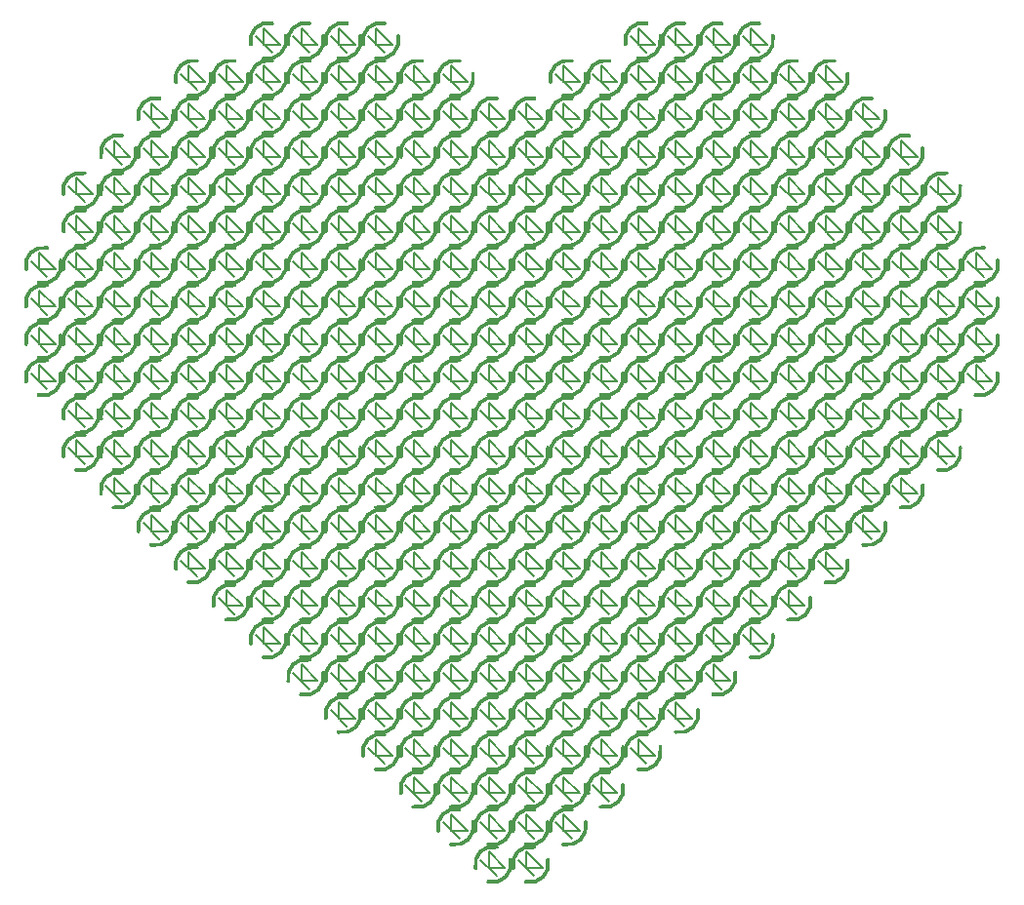
<source format=gto>
G04 Layer_Color=65535*
%FSLAX44Y44*%
%MOMM*%
G71*
G01*
G75*
%ADD12C,0.3000*%
%ADD13C,0.2000*%
D12*
X2108644Y1447075D02*
G03*
X2127925Y1466356I3856J15425D01*
G01*
X2148674Y1477198D02*
G03*
X2130302Y1458826I-3674J-14698D01*
G01*
X2141144Y1447075D02*
G03*
X2160425Y1466356I3856J15425D01*
G01*
X2181174Y1477198D02*
G03*
X2162802Y1458826I-3674J-14698D01*
G01*
X2173644Y1447075D02*
G03*
X2192925Y1466356I3856J15425D01*
G01*
X2213674Y1477198D02*
G03*
X2195302Y1458826I-3674J-14698D01*
G01*
X2206144Y1447075D02*
G03*
X2225425Y1466356I3856J15425D01*
G01*
X2246174Y1477198D02*
G03*
X2227802Y1458826I-3674J-14698D01*
G01*
X2238644Y1447075D02*
G03*
X2257925Y1466356I3856J15425D01*
G01*
X2278674Y1477198D02*
G03*
X2260302Y1458826I-3674J-14698D01*
G01*
X2271144Y1447075D02*
G03*
X2290425Y1466356I3856J15425D01*
G01*
X2311174Y1477198D02*
G03*
X2292802Y1458826I-3674J-14698D01*
G01*
X2271144Y1414575D02*
G03*
X2290425Y1433856I3856J15425D01*
G01*
X2311174Y1444698D02*
G03*
X2292802Y1426326I-3674J-14698D01*
G01*
X2278674Y1444698D02*
G03*
X2260302Y1426326I-3674J-14698D01*
G01*
X2238644Y1414575D02*
G03*
X2257925Y1433856I3856J15425D01*
G01*
X2246174Y1444698D02*
G03*
X2227802Y1426326I-3674J-14698D01*
G01*
X2206144Y1414575D02*
G03*
X2225425Y1433856I3856J15425D01*
G01*
X2213674Y1444698D02*
G03*
X2195302Y1426326I-3674J-14698D01*
G01*
X2173644Y1414575D02*
G03*
X2192925Y1433856I3856J15425D01*
G01*
X2173644Y1382075D02*
G03*
X2192925Y1401356I3856J15425D01*
G01*
X2213674Y1412198D02*
G03*
X2195302Y1393826I-3674J-14698D01*
G01*
X2206144Y1382075D02*
G03*
X2225425Y1401356I3856J15425D01*
G01*
X2246174Y1412198D02*
G03*
X2227802Y1393826I-3674J-14698D01*
G01*
X2238644Y1382075D02*
G03*
X2257925Y1401356I3856J15425D01*
G01*
X2278674Y1412198D02*
G03*
X2260302Y1393826I-3674J-14698D01*
G01*
X2271144Y1382075D02*
G03*
X2290425Y1401356I3856J15425D01*
G01*
X2311174Y1412198D02*
G03*
X2292802Y1393826I-3674J-14698D01*
G01*
X2271144Y1349575D02*
G03*
X2290425Y1368856I3856J15425D01*
G01*
X2311174Y1379698D02*
G03*
X2292802Y1361326I-3674J-14698D01*
G01*
X2278674Y1379698D02*
G03*
X2260302Y1361326I-3674J-14698D01*
G01*
X2238644Y1349575D02*
G03*
X2257925Y1368856I3856J15425D01*
G01*
X2246174Y1379698D02*
G03*
X2227802Y1361326I-3674J-14698D01*
G01*
X2206144Y1349575D02*
G03*
X2225425Y1368856I3856J15425D01*
G01*
X2213674Y1379698D02*
G03*
X2195302Y1361326I-3674J-14698D01*
G01*
X2173644Y1349575D02*
G03*
X2192925Y1368856I3856J15425D01*
G01*
X2213674Y1347198D02*
G03*
X2195302Y1328826I-3674J-14698D01*
G01*
X2206144Y1317075D02*
G03*
X2225425Y1336356I3856J15425D01*
G01*
X2246174Y1347198D02*
G03*
X2227802Y1328826I-3674J-14698D01*
G01*
X2238644Y1317075D02*
G03*
X2257925Y1336356I3856J15425D01*
G01*
X2278674Y1347198D02*
G03*
X2260302Y1328826I-3674J-14698D01*
G01*
X2271144Y1317075D02*
G03*
X2290425Y1336356I3856J15425D01*
G01*
X2311174Y1347198D02*
G03*
X2292802Y1328826I-3674J-14698D01*
G01*
X2271144Y1284575D02*
G03*
X2290425Y1303856I3856J15425D01*
G01*
X2278674Y1314698D02*
G03*
X2260302Y1296326I-3674J-14698D01*
G01*
X2278674Y1282198D02*
G03*
X2260302Y1263826I-3674J-14698D01*
G01*
X2271144Y1252075D02*
G03*
X2290425Y1271356I3856J15425D01*
G01*
X2311174Y1282198D02*
G03*
X2292802Y1263826I-3674J-14698D01*
G01*
X2311174Y1314698D02*
G03*
X2292802Y1296326I-3674J-14698D01*
G01*
X2311174Y1249698D02*
G03*
X2292802Y1231326I-3674J-14698D01*
G01*
X2376174Y1184698D02*
G03*
X2357802Y1166326I-3674J-14698D01*
G01*
X2368644Y1154575D02*
G03*
X2387925Y1173856I3856J15425D01*
G01*
X2408674Y1184698D02*
G03*
X2390302Y1166326I-3674J-14698D01*
G01*
X2401144Y1154575D02*
G03*
X2420425Y1173856I3856J15425D01*
G01*
X2441174Y1184698D02*
G03*
X2422802Y1166326I-3674J-14698D01*
G01*
X2433644Y1154575D02*
G03*
X2452925Y1173856I3856J15425D01*
G01*
X2473674Y1184698D02*
G03*
X2455302Y1166326I-3674J-14698D01*
G01*
X2466144Y1154575D02*
G03*
X2485425Y1173856I3856J15425D01*
G01*
X2506174Y1184698D02*
G03*
X2487802Y1166326I-3674J-14698D01*
G01*
X2498644Y1154575D02*
G03*
X2517925Y1173856I3856J15425D01*
G01*
X2538674Y1184698D02*
G03*
X2520302Y1166326I-3674J-14698D01*
G01*
X2531144Y1154575D02*
G03*
X2550425Y1173856I3856J15425D01*
G01*
X2571174Y1184698D02*
G03*
X2552802Y1166326I-3674J-14698D01*
G01*
X2563644Y1154575D02*
G03*
X2582925Y1173856I3856J15425D01*
G01*
X2603674Y1184698D02*
G03*
X2585302Y1166326I-3674J-14698D01*
G01*
X2563644Y1122075D02*
G03*
X2582925Y1141356I3856J15425D01*
G01*
X2603674Y1152198D02*
G03*
X2585302Y1133826I-3674J-14698D01*
G01*
X2571174Y1152198D02*
G03*
X2552802Y1133826I-3674J-14698D01*
G01*
X2531144Y1122075D02*
G03*
X2550425Y1141356I3856J15425D01*
G01*
X2538674Y1152198D02*
G03*
X2520302Y1133826I-3674J-14698D01*
G01*
X2498644Y1122075D02*
G03*
X2517925Y1141356I3856J15425D01*
G01*
X2506174Y1152198D02*
G03*
X2487802Y1133826I-3674J-14698D01*
G01*
X2466144Y1122075D02*
G03*
X2485425Y1141356I3856J15425D01*
G01*
X2466144Y1089575D02*
G03*
X2485425Y1108856I3856J15425D01*
G01*
X2506174Y1119698D02*
G03*
X2487802Y1101326I-3674J-14698D01*
G01*
X2498644Y1089575D02*
G03*
X2517925Y1108856I3856J15425D01*
G01*
X2538674Y1119698D02*
G03*
X2520302Y1101326I-3674J-14698D01*
G01*
X2531144Y1089575D02*
G03*
X2550425Y1108856I3856J15425D01*
G01*
X2571174Y1119698D02*
G03*
X2552802Y1101326I-3674J-14698D01*
G01*
X2563644Y1089575D02*
G03*
X2582925Y1108856I3856J15425D01*
G01*
X2603674Y1119698D02*
G03*
X2585302Y1101326I-3674J-14698D01*
G01*
X2563644Y1057075D02*
G03*
X2582925Y1076356I3856J15425D01*
G01*
X2571174Y1087198D02*
G03*
X2552802Y1068826I-3674J-14698D01*
G01*
X2531144Y1057075D02*
G03*
X2550425Y1076356I3856J15425D01*
G01*
X2538674Y1087198D02*
G03*
X2520302Y1068826I-3674J-14698D01*
G01*
X2498644Y1057075D02*
G03*
X2517925Y1076356I3856J15425D01*
G01*
X2506174Y1087198D02*
G03*
X2487802Y1068826I-3674J-14698D01*
G01*
X2466144Y1057075D02*
G03*
X2485425Y1076356I3856J15425D01*
G01*
X2506174Y1054698D02*
G03*
X2487802Y1036326I-3674J-14698D01*
G01*
X2498644Y1024575D02*
G03*
X2517925Y1043856I3856J15425D01*
G01*
X2538674Y1054698D02*
G03*
X2520302Y1036326I-3674J-14698D01*
G01*
X2531144Y1024575D02*
G03*
X2550425Y1043856I3856J15425D01*
G01*
X2596144Y1089575D02*
G03*
X2615425Y1108856I3856J15425D01*
G01*
X2661144Y1154575D02*
G03*
X2680425Y1173856I3856J15425D01*
G01*
X2693644Y1187075D02*
G03*
X2712925Y1206356I3856J15425D01*
G01*
X2726144Y1219575D02*
G03*
X2745425Y1238856I3856J15425D01*
G01*
X2733674Y1249698D02*
G03*
X2715302Y1231326I-3674J-14698D01*
G01*
X2758644Y1252075D02*
G03*
X2777925Y1271356I3856J15425D01*
G01*
X2791144Y1284575D02*
G03*
X2810425Y1303856I3856J15425D01*
G01*
X2798674Y1314698D02*
G03*
X2780302Y1296326I-3674J-14698D01*
G01*
X2831174Y1347198D02*
G03*
X2812802Y1328826I-3674J-14698D01*
G01*
X2791144Y1317075D02*
G03*
X2810425Y1336356I3856J15425D01*
G01*
X2798674Y1347198D02*
G03*
X2780302Y1328826I-3674J-14698D01*
G01*
X2758644Y1317075D02*
G03*
X2777925Y1336356I3856J15425D01*
G01*
X2791144Y1349575D02*
G03*
X2810425Y1368856I3856J15425D01*
G01*
X2831174Y1379698D02*
G03*
X2812802Y1361326I-3674J-14698D01*
G01*
X2823644Y1382075D02*
G03*
X2842925Y1401356I3856J15425D01*
G01*
X2863674Y1412198D02*
G03*
X2845302Y1393826I-3674J-14698D01*
G01*
X2856144Y1382075D02*
G03*
X2875425Y1401356I3856J15425D01*
G01*
X2896174Y1412198D02*
G03*
X2877802Y1393826I-3674J-14698D01*
G01*
X2888644Y1382075D02*
G03*
X2907925Y1401356I3856J15425D01*
G01*
X2888644Y1414575D02*
G03*
X2907925Y1433856I3856J15425D01*
G01*
X2896174Y1444698D02*
G03*
X2877802Y1426326I-3674J-14698D01*
G01*
X2856144Y1414575D02*
G03*
X2875425Y1433856I3856J15425D01*
G01*
X2863674Y1444698D02*
G03*
X2845302Y1426326I-3674J-14698D01*
G01*
X2823644Y1414575D02*
G03*
X2842925Y1433856I3856J15425D01*
G01*
X2831174Y1444698D02*
G03*
X2812802Y1426326I-3674J-14698D01*
G01*
X2791144Y1414575D02*
G03*
X2810425Y1433856I3856J15425D01*
G01*
X2798674Y1444698D02*
G03*
X2780302Y1426326I-3674J-14698D01*
G01*
X2758644Y1414575D02*
G03*
X2777925Y1433856I3856J15425D01*
G01*
X2791144Y1447075D02*
G03*
X2810425Y1466356I3856J15425D01*
G01*
X2831174Y1477198D02*
G03*
X2812802Y1458826I-3674J-14698D01*
G01*
X2823644Y1447075D02*
G03*
X2842925Y1466356I3856J15425D01*
G01*
X2863674Y1477198D02*
G03*
X2845302Y1458826I-3674J-14698D01*
G01*
X2856144Y1447075D02*
G03*
X2875425Y1466356I3856J15425D01*
G01*
X2896174Y1477198D02*
G03*
X2877802Y1458826I-3674J-14698D01*
G01*
X2888644Y1447075D02*
G03*
X2907925Y1466356I3856J15425D01*
G01*
X2928674Y1477198D02*
G03*
X2910302Y1458826I-3674J-14698D01*
G01*
X2921144Y1447075D02*
G03*
X2940425Y1466356I3856J15425D01*
G01*
X2921144Y1479575D02*
G03*
X2940425Y1498856I3856J15425D01*
G01*
X2928674Y1509698D02*
G03*
X2910302Y1491326I-3674J-14698D01*
G01*
X2888644Y1479575D02*
G03*
X2907925Y1498856I3856J15425D01*
G01*
X2896174Y1509698D02*
G03*
X2877802Y1491326I-3674J-14698D01*
G01*
X2856144Y1479575D02*
G03*
X2875425Y1498856I3856J15425D01*
G01*
X2863674Y1509698D02*
G03*
X2845302Y1491326I-3674J-14698D01*
G01*
X2823644Y1479575D02*
G03*
X2842925Y1498856I3856J15425D01*
G01*
X2831174Y1509698D02*
G03*
X2812802Y1491326I-3674J-14698D01*
G01*
X2791144Y1479575D02*
G03*
X2810425Y1498856I3856J15425D01*
G01*
X2798674Y1509698D02*
G03*
X2780302Y1491326I-3674J-14698D01*
G01*
X2758644Y1479575D02*
G03*
X2777925Y1498856I3856J15425D01*
G01*
X2791144Y1512075D02*
G03*
X2810425Y1531356I3856J15425D01*
G01*
X2831174Y1542198D02*
G03*
X2812802Y1523826I-3674J-14698D01*
G01*
X2823644Y1512075D02*
G03*
X2842925Y1531356I3856J15425D01*
G01*
X2863674Y1542198D02*
G03*
X2845302Y1523826I-3674J-14698D01*
G01*
X2856144Y1512075D02*
G03*
X2875425Y1531356I3856J15425D01*
G01*
X2896174Y1542198D02*
G03*
X2877802Y1523826I-3674J-14698D01*
G01*
X2888644Y1512075D02*
G03*
X2907925Y1531356I3856J15425D01*
G01*
X2928674Y1542198D02*
G03*
X2910302Y1523826I-3674J-14698D01*
G01*
X2921144Y1512075D02*
G03*
X2940425Y1531356I3856J15425D01*
G01*
X2921144Y1544575D02*
G03*
X2940425Y1563856I3856J15425D01*
G01*
X2928674Y1574698D02*
G03*
X2910302Y1556326I-3674J-14698D01*
G01*
X2888644Y1544575D02*
G03*
X2907925Y1563856I3856J15425D01*
G01*
X2896174Y1574698D02*
G03*
X2877802Y1556326I-3674J-14698D01*
G01*
X2856144Y1544575D02*
G03*
X2875425Y1563856I3856J15425D01*
G01*
X2863674Y1574698D02*
G03*
X2845302Y1556326I-3674J-14698D01*
G01*
X2823644Y1544575D02*
G03*
X2842925Y1563856I3856J15425D01*
G01*
X2831174Y1574698D02*
G03*
X2812802Y1556326I-3674J-14698D01*
G01*
X2791144Y1544575D02*
G03*
X2810425Y1563856I3856J15425D01*
G01*
X2798674Y1574698D02*
G03*
X2780302Y1556326I-3674J-14698D01*
G01*
X2758644Y1544575D02*
G03*
X2777925Y1563856I3856J15425D01*
G01*
X2791144Y1577075D02*
G03*
X2810425Y1596356I3856J15425D01*
G01*
X2798674Y1607198D02*
G03*
X2780302Y1588826I-3674J-14698D01*
G01*
X2831174Y1607198D02*
G03*
X2812802Y1588826I-3674J-14698D01*
G01*
X2823644Y1577075D02*
G03*
X2842925Y1596356I3856J15425D01*
G01*
X2856144Y1609575D02*
G03*
X2875425Y1628856I3856J15425D01*
G01*
X2896174Y1639698D02*
G03*
X2877802Y1621326I-3674J-14698D01*
G01*
X2888644Y1609575D02*
G03*
X2907925Y1628856I3856J15425D01*
G01*
X2888644Y1577075D02*
G03*
X2907925Y1596356I3856J15425D01*
G01*
X2896174Y1607198D02*
G03*
X2877802Y1588826I-3674J-14698D01*
G01*
X2863674Y1607198D02*
G03*
X2845302Y1588826I-3674J-14698D01*
G01*
X2856144Y1577075D02*
G03*
X2875425Y1596356I3856J15425D01*
G01*
X2863674Y1639698D02*
G03*
X2845302Y1621326I-3674J-14698D01*
G01*
X2823644Y1609575D02*
G03*
X2842925Y1628856I3856J15425D01*
G01*
X2831174Y1639698D02*
G03*
X2812802Y1621326I-3674J-14698D01*
G01*
X2791144Y1609575D02*
G03*
X2810425Y1628856I3856J15425D01*
G01*
X2798674Y1639698D02*
G03*
X2780302Y1621326I-3674J-14698D01*
G01*
X2758644Y1609575D02*
G03*
X2777925Y1628856I3856J15425D01*
G01*
X2791144Y1642075D02*
G03*
X2810425Y1661356I3856J15425D01*
G01*
X2831174Y1672198D02*
G03*
X2812802Y1653826I-3674J-14698D01*
G01*
X2823644Y1674575D02*
G03*
X2842925Y1693856I3856J15425D01*
G01*
X2831174Y1704698D02*
G03*
X2812802Y1686326I-3674J-14698D01*
G01*
X2791144Y1674575D02*
G03*
X2810425Y1693856I3856J15425D01*
G01*
X2798674Y1704698D02*
G03*
X2780302Y1686326I-3674J-14698D01*
G01*
X2758644Y1674575D02*
G03*
X2777925Y1693856I3856J15425D01*
G01*
X2791144Y1707075D02*
G03*
X2810425Y1726356I3856J15425D01*
G01*
X2798674Y1737198D02*
G03*
X2780302Y1718826I-3674J-14698D01*
G01*
X2758644Y1707075D02*
G03*
X2777925Y1726356I3856J15425D01*
G01*
X2758644Y1642075D02*
G03*
X2777925Y1661356I3856J15425D01*
G01*
X2798674Y1672198D02*
G03*
X2780302Y1653826I-3674J-14698D01*
G01*
X2823644Y1642075D02*
G03*
X2842925Y1661356I3856J15425D01*
G01*
X2863674Y1672198D02*
G03*
X2845302Y1653826I-3674J-14698D01*
G01*
X2856144Y1642075D02*
G03*
X2875425Y1661356I3856J15425D01*
G01*
X2758644Y1577075D02*
G03*
X2777925Y1596356I3856J15425D01*
G01*
X2798674Y1542198D02*
G03*
X2780302Y1523826I-3674J-14698D01*
G01*
X2758644Y1512075D02*
G03*
X2777925Y1531356I3856J15425D01*
G01*
X2798674Y1477198D02*
G03*
X2780302Y1458826I-3674J-14698D01*
G01*
X2758644Y1447075D02*
G03*
X2777925Y1466356I3856J15425D01*
G01*
X2758644Y1382075D02*
G03*
X2777925Y1401356I3856J15425D01*
G01*
X2798674Y1412198D02*
G03*
X2780302Y1393826I-3674J-14698D01*
G01*
X2791144Y1382075D02*
G03*
X2810425Y1401356I3856J15425D01*
G01*
X2831174Y1412198D02*
G03*
X2812802Y1393826I-3674J-14698D01*
G01*
X2798674Y1379698D02*
G03*
X2780302Y1361326I-3674J-14698D01*
G01*
X2758644Y1349575D02*
G03*
X2777925Y1368856I3856J15425D01*
G01*
X2823644Y1349575D02*
G03*
X2842925Y1368856I3856J15425D01*
G01*
X2863674Y1379698D02*
G03*
X2845302Y1361326I-3674J-14698D01*
G01*
X2856144Y1349575D02*
G03*
X2875425Y1368856I3856J15425D01*
G01*
X2823644Y1317075D02*
G03*
X2842925Y1336356I3856J15425D01*
G01*
X2758644Y1284575D02*
G03*
X2777925Y1303856I3856J15425D01*
G01*
X2766174Y1379698D02*
G03*
X2747802Y1361326I-3674J-14698D01*
G01*
X2726144Y1349575D02*
G03*
X2745425Y1368856I3856J15425D01*
G01*
X2733674Y1379698D02*
G03*
X2715302Y1361326I-3674J-14698D01*
G01*
X2693644Y1349575D02*
G03*
X2712925Y1368856I3856J15425D01*
G01*
X2726144Y1382075D02*
G03*
X2745425Y1401356I3856J15425D01*
G01*
X2766174Y1412198D02*
G03*
X2747802Y1393826I-3674J-14698D01*
G01*
X2733674Y1412198D02*
G03*
X2715302Y1393826I-3674J-14698D01*
G01*
X2693644Y1382075D02*
G03*
X2712925Y1401356I3856J15425D01*
G01*
X2726144Y1414575D02*
G03*
X2745425Y1433856I3856J15425D01*
G01*
X2766174Y1444698D02*
G03*
X2747802Y1426326I-3674J-14698D01*
G01*
X2733674Y1444698D02*
G03*
X2715302Y1426326I-3674J-14698D01*
G01*
X2693644Y1414575D02*
G03*
X2712925Y1433856I3856J15425D01*
G01*
X2726144Y1447075D02*
G03*
X2745425Y1466356I3856J15425D01*
G01*
X2766174Y1477198D02*
G03*
X2747802Y1458826I-3674J-14698D01*
G01*
X2733674Y1477198D02*
G03*
X2715302Y1458826I-3674J-14698D01*
G01*
X2693644Y1447075D02*
G03*
X2712925Y1466356I3856J15425D01*
G01*
X2726144Y1479575D02*
G03*
X2745425Y1498856I3856J15425D01*
G01*
X2766174Y1509698D02*
G03*
X2747802Y1491326I-3674J-14698D01*
G01*
X2733674Y1509698D02*
G03*
X2715302Y1491326I-3674J-14698D01*
G01*
X2693644Y1479575D02*
G03*
X2712925Y1498856I3856J15425D01*
G01*
X2726144Y1512075D02*
G03*
X2745425Y1531356I3856J15425D01*
G01*
X2766174Y1542198D02*
G03*
X2747802Y1523826I-3674J-14698D01*
G01*
X2733674Y1542198D02*
G03*
X2715302Y1523826I-3674J-14698D01*
G01*
X2693644Y1512075D02*
G03*
X2712925Y1531356I3856J15425D01*
G01*
X2726144Y1544575D02*
G03*
X2745425Y1563856I3856J15425D01*
G01*
X2766174Y1574698D02*
G03*
X2747802Y1556326I-3674J-14698D01*
G01*
X2766174Y1607198D02*
G03*
X2747802Y1588826I-3674J-14698D01*
G01*
X2733674Y1574698D02*
G03*
X2715302Y1556326I-3674J-14698D01*
G01*
X2693644Y1544575D02*
G03*
X2712925Y1563856I3856J15425D01*
G01*
X2726144Y1577075D02*
G03*
X2745425Y1596356I3856J15425D01*
G01*
X2733674Y1607198D02*
G03*
X2715302Y1588826I-3674J-14698D01*
G01*
X2693644Y1577075D02*
G03*
X2712925Y1596356I3856J15425D01*
G01*
X2726144Y1609575D02*
G03*
X2745425Y1628856I3856J15425D01*
G01*
X2766174Y1639698D02*
G03*
X2747802Y1621326I-3674J-14698D01*
G01*
X2733674Y1639698D02*
G03*
X2715302Y1621326I-3674J-14698D01*
G01*
X2693644Y1609575D02*
G03*
X2712925Y1628856I3856J15425D01*
G01*
X2726144Y1642075D02*
G03*
X2745425Y1661356I3856J15425D01*
G01*
X2766174Y1672198D02*
G03*
X2747802Y1653826I-3674J-14698D01*
G01*
X2733674Y1672198D02*
G03*
X2715302Y1653826I-3674J-14698D01*
G01*
X2693644Y1642075D02*
G03*
X2712925Y1661356I3856J15425D01*
G01*
X2726144Y1674575D02*
G03*
X2745425Y1693856I3856J15425D01*
G01*
X2766174Y1704698D02*
G03*
X2747802Y1686326I-3674J-14698D01*
G01*
X2733674Y1704698D02*
G03*
X2715302Y1686326I-3674J-14698D01*
G01*
X2693644Y1674575D02*
G03*
X2712925Y1693856I3856J15425D01*
G01*
X2726144Y1707075D02*
G03*
X2745425Y1726356I3856J15425D01*
G01*
X2766174Y1737198D02*
G03*
X2747802Y1718826I-3674J-14698D01*
G01*
X2733674Y1737198D02*
G03*
X2715302Y1718826I-3674J-14698D01*
G01*
X2693644Y1707075D02*
G03*
X2712925Y1726356I3856J15425D01*
G01*
X2726144Y1739575D02*
G03*
X2745425Y1758856I3856J15425D01*
G01*
X2693644Y1739575D02*
G03*
X2712925Y1758856I3856J15425D01*
G01*
X2733674Y1769698D02*
G03*
X2715302Y1751326I-3674J-14698D01*
G01*
X2701174Y1769698D02*
G03*
X2682802Y1751326I-3674J-14698D01*
G01*
X2661144Y1739575D02*
G03*
X2680425Y1758856I3856J15425D01*
G01*
X2661144Y1707075D02*
G03*
X2680425Y1726356I3856J15425D01*
G01*
X2701174Y1737198D02*
G03*
X2682802Y1718826I-3674J-14698D01*
G01*
X2668674Y1737198D02*
G03*
X2650302Y1718826I-3674J-14698D01*
G01*
X2628644Y1707075D02*
G03*
X2647925Y1726356I3856J15425D01*
G01*
X2636174Y1737198D02*
G03*
X2617802Y1718826I-3674J-14698D01*
G01*
X2596144Y1707075D02*
G03*
X2615425Y1726356I3856J15425D01*
G01*
X2603674Y1737198D02*
G03*
X2585302Y1718826I-3674J-14698D01*
G01*
X2563644Y1707075D02*
G03*
X2582925Y1726356I3856J15425D01*
G01*
X2571174Y1737198D02*
G03*
X2552802Y1718826I-3674J-14698D01*
G01*
X2531144Y1674575D02*
G03*
X2550425Y1693856I3856J15425D01*
G01*
X2571174Y1704698D02*
G03*
X2552802Y1686326I-3674J-14698D01*
G01*
X2563644Y1674575D02*
G03*
X2582925Y1693856I3856J15425D01*
G01*
X2603674Y1704698D02*
G03*
X2585302Y1686326I-3674J-14698D01*
G01*
X2563644Y1642075D02*
G03*
X2582925Y1661356I3856J15425D01*
G01*
X2603674Y1672198D02*
G03*
X2585302Y1653826I-3674J-14698D01*
G01*
X2571174Y1672198D02*
G03*
X2552802Y1653826I-3674J-14698D01*
G01*
X2531144Y1642075D02*
G03*
X2550425Y1661356I3856J15425D01*
G01*
X2538674Y1672198D02*
G03*
X2520302Y1653826I-3674J-14698D01*
G01*
X2498644Y1642075D02*
G03*
X2517925Y1661356I3856J15425D01*
G01*
X2506174Y1672198D02*
G03*
X2487802Y1653826I-3674J-14698D01*
G01*
X2466144Y1642075D02*
G03*
X2485425Y1661356I3856J15425D01*
G01*
X2498644Y1674575D02*
G03*
X2517925Y1693856I3856J15425D01*
G01*
X2538674Y1704698D02*
G03*
X2520302Y1686326I-3674J-14698D01*
G01*
X2506174Y1704698D02*
G03*
X2487802Y1686326I-3674J-14698D01*
G01*
X2466144Y1674575D02*
G03*
X2485425Y1693856I3856J15425D01*
G01*
X2466144Y1609575D02*
G03*
X2485425Y1628856I3856J15425D01*
G01*
X2506174Y1639698D02*
G03*
X2487802Y1621326I-3674J-14698D01*
G01*
X2498644Y1609575D02*
G03*
X2517925Y1628856I3856J15425D01*
G01*
X2538674Y1639698D02*
G03*
X2520302Y1621326I-3674J-14698D01*
G01*
X2531144Y1609575D02*
G03*
X2550425Y1628856I3856J15425D01*
G01*
X2571174Y1639698D02*
G03*
X2552802Y1621326I-3674J-14698D01*
G01*
X2563644Y1609575D02*
G03*
X2582925Y1628856I3856J15425D01*
G01*
X2603674Y1639698D02*
G03*
X2585302Y1621326I-3674J-14698D01*
G01*
X2563644Y1577075D02*
G03*
X2582925Y1596356I3856J15425D01*
G01*
X2571174Y1607198D02*
G03*
X2552802Y1588826I-3674J-14698D01*
G01*
X2531144Y1544575D02*
G03*
X2550425Y1563856I3856J15425D01*
G01*
X2571174Y1574698D02*
G03*
X2552802Y1556326I-3674J-14698D01*
G01*
X2563644Y1544575D02*
G03*
X2582925Y1563856I3856J15425D01*
G01*
X2603674Y1574698D02*
G03*
X2585302Y1556326I-3674J-14698D01*
G01*
X2571174Y1542198D02*
G03*
X2552802Y1523826I-3674J-14698D01*
G01*
X2531144Y1512075D02*
G03*
X2550425Y1531356I3856J15425D01*
G01*
X2563644Y1512075D02*
G03*
X2582925Y1531356I3856J15425D01*
G01*
X2603674Y1542198D02*
G03*
X2585302Y1523826I-3674J-14698D01*
G01*
X2563644Y1479575D02*
G03*
X2582925Y1498856I3856J15425D01*
G01*
X2603674Y1509698D02*
G03*
X2585302Y1491326I-3674J-14698D01*
G01*
X2571174Y1477198D02*
G03*
X2552802Y1458826I-3674J-14698D01*
G01*
X2531144Y1447075D02*
G03*
X2550425Y1466356I3856J15425D01*
G01*
X2563644Y1447075D02*
G03*
X2582925Y1466356I3856J15425D01*
G01*
X2603674Y1477198D02*
G03*
X2585302Y1458826I-3674J-14698D01*
G01*
X2563644Y1414575D02*
G03*
X2582925Y1433856I3856J15425D01*
G01*
X2603674Y1444698D02*
G03*
X2585302Y1426326I-3674J-14698D01*
G01*
X2571174Y1444698D02*
G03*
X2552802Y1426326I-3674J-14698D01*
G01*
X2531144Y1414575D02*
G03*
X2550425Y1433856I3856J15425D01*
G01*
X2538674Y1444698D02*
G03*
X2520302Y1426326I-3674J-14698D01*
G01*
X2498644Y1414575D02*
G03*
X2517925Y1433856I3856J15425D01*
G01*
X2506174Y1444698D02*
G03*
X2487802Y1426326I-3674J-14698D01*
G01*
X2466144Y1414575D02*
G03*
X2485425Y1433856I3856J15425D01*
G01*
X2498644Y1447075D02*
G03*
X2517925Y1466356I3856J15425D01*
G01*
X2538674Y1477198D02*
G03*
X2520302Y1458826I-3674J-14698D01*
G01*
X2506174Y1477198D02*
G03*
X2487802Y1458826I-3674J-14698D01*
G01*
X2466144Y1447075D02*
G03*
X2485425Y1466356I3856J15425D01*
G01*
X2466144Y1382075D02*
G03*
X2485425Y1401356I3856J15425D01*
G01*
X2506174Y1412198D02*
G03*
X2487802Y1393826I-3674J-14698D01*
G01*
X2498644Y1382075D02*
G03*
X2517925Y1401356I3856J15425D01*
G01*
X2538674Y1412198D02*
G03*
X2520302Y1393826I-3674J-14698D01*
G01*
X2531144Y1382075D02*
G03*
X2550425Y1401356I3856J15425D01*
G01*
X2571174Y1412198D02*
G03*
X2552802Y1393826I-3674J-14698D01*
G01*
X2563644Y1382075D02*
G03*
X2582925Y1401356I3856J15425D01*
G01*
X2603674Y1412198D02*
G03*
X2585302Y1393826I-3674J-14698D01*
G01*
X2563644Y1349575D02*
G03*
X2582925Y1368856I3856J15425D01*
G01*
X2603674Y1379698D02*
G03*
X2585302Y1361326I-3674J-14698D01*
G01*
X2571174Y1379698D02*
G03*
X2552802Y1361326I-3674J-14698D01*
G01*
X2531144Y1349575D02*
G03*
X2550425Y1368856I3856J15425D01*
G01*
X2538674Y1379698D02*
G03*
X2520302Y1361326I-3674J-14698D01*
G01*
X2498644Y1349575D02*
G03*
X2517925Y1368856I3856J15425D01*
G01*
X2506174Y1379698D02*
G03*
X2487802Y1361326I-3674J-14698D01*
G01*
X2466144Y1349575D02*
G03*
X2485425Y1368856I3856J15425D01*
G01*
X2466144Y1317075D02*
G03*
X2485425Y1336356I3856J15425D01*
G01*
X2506174Y1347198D02*
G03*
X2487802Y1328826I-3674J-14698D01*
G01*
X2498644Y1317075D02*
G03*
X2517925Y1336356I3856J15425D01*
G01*
X2538674Y1347198D02*
G03*
X2520302Y1328826I-3674J-14698D01*
G01*
X2531144Y1317075D02*
G03*
X2550425Y1336356I3856J15425D01*
G01*
X2571174Y1347198D02*
G03*
X2552802Y1328826I-3674J-14698D01*
G01*
X2563644Y1317075D02*
G03*
X2582925Y1336356I3856J15425D01*
G01*
X2603674Y1347198D02*
G03*
X2585302Y1328826I-3674J-14698D01*
G01*
X2563644Y1284575D02*
G03*
X2582925Y1303856I3856J15425D01*
G01*
X2571174Y1314698D02*
G03*
X2552802Y1296326I-3674J-14698D01*
G01*
X2531144Y1252075D02*
G03*
X2550425Y1271356I3856J15425D01*
G01*
X2571174Y1282198D02*
G03*
X2552802Y1263826I-3674J-14698D01*
G01*
X2563644Y1252075D02*
G03*
X2582925Y1271356I3856J15425D01*
G01*
X2603674Y1282198D02*
G03*
X2585302Y1263826I-3674J-14698D01*
G01*
X2563644Y1219575D02*
G03*
X2582925Y1238856I3856J15425D01*
G01*
X2571174Y1249698D02*
G03*
X2552802Y1231326I-3674J-14698D01*
G01*
X2531144Y1187075D02*
G03*
X2550425Y1206356I3856J15425D01*
G01*
X2571174Y1217198D02*
G03*
X2552802Y1198826I-3674J-14698D01*
G01*
X2563644Y1187075D02*
G03*
X2582925Y1206356I3856J15425D01*
G01*
X2603674Y1217198D02*
G03*
X2585302Y1198826I-3674J-14698D01*
G01*
X2603674Y1249698D02*
G03*
X2585302Y1231326I-3674J-14698D01*
G01*
X2538674Y1217198D02*
G03*
X2520302Y1198826I-3674J-14698D01*
G01*
X2498644Y1187075D02*
G03*
X2517925Y1206356I3856J15425D01*
G01*
X2506174Y1217198D02*
G03*
X2487802Y1198826I-3674J-14698D01*
G01*
X2466144Y1187075D02*
G03*
X2485425Y1206356I3856J15425D01*
G01*
X2498644Y1219575D02*
G03*
X2517925Y1238856I3856J15425D01*
G01*
X2506174Y1249698D02*
G03*
X2487802Y1231326I-3674J-14698D01*
G01*
X2538674Y1249698D02*
G03*
X2520302Y1231326I-3674J-14698D01*
G01*
X2531144Y1219575D02*
G03*
X2550425Y1238856I3856J15425D01*
G01*
X2538674Y1282198D02*
G03*
X2520302Y1263826I-3674J-14698D01*
G01*
X2498644Y1252075D02*
G03*
X2517925Y1271356I3856J15425D01*
G01*
X2506174Y1282198D02*
G03*
X2487802Y1263826I-3674J-14698D01*
G01*
X2466144Y1252075D02*
G03*
X2485425Y1271356I3856J15425D01*
G01*
X2498644Y1284575D02*
G03*
X2517925Y1303856I3856J15425D01*
G01*
X2506174Y1314698D02*
G03*
X2487802Y1296326I-3674J-14698D01*
G01*
X2538674Y1314698D02*
G03*
X2520302Y1296326I-3674J-14698D01*
G01*
X2531144Y1284575D02*
G03*
X2550425Y1303856I3856J15425D01*
G01*
X2603674Y1314698D02*
G03*
X2585302Y1296326I-3674J-14698D01*
G01*
X2596144Y1219575D02*
G03*
X2615425Y1238856I3856J15425D01*
G01*
X2628644Y1252075D02*
G03*
X2647925Y1271356I3856J15425D01*
G01*
X2668674Y1282198D02*
G03*
X2650302Y1263826I-3674J-14698D01*
G01*
X2628644Y1219575D02*
G03*
X2647925Y1238856I3856J15425D01*
G01*
X2636174Y1249698D02*
G03*
X2617802Y1231326I-3674J-14698D01*
G01*
X2596144Y1187075D02*
G03*
X2615425Y1206356I3856J15425D01*
G01*
X2636174Y1217198D02*
G03*
X2617802Y1198826I-3674J-14698D01*
G01*
X2628644Y1187075D02*
G03*
X2647925Y1206356I3856J15425D01*
G01*
X2668674Y1217198D02*
G03*
X2650302Y1198826I-3674J-14698D01*
G01*
X2636174Y1184698D02*
G03*
X2617802Y1166326I-3674J-14698D01*
G01*
X2596144Y1154575D02*
G03*
X2615425Y1173856I3856J15425D01*
G01*
X2628644Y1154575D02*
G03*
X2647925Y1173856I3856J15425D01*
G01*
X2668674Y1184698D02*
G03*
X2650302Y1166326I-3674J-14698D01*
G01*
X2628644Y1122075D02*
G03*
X2647925Y1141356I3856J15425D01*
G01*
X2636174Y1152198D02*
G03*
X2617802Y1133826I-3674J-14698D01*
G01*
X2596144Y1122075D02*
G03*
X2615425Y1141356I3856J15425D01*
G01*
X2661144Y1187075D02*
G03*
X2680425Y1206356I3856J15425D01*
G01*
X2701174Y1217198D02*
G03*
X2682802Y1198826I-3674J-14698D01*
G01*
X2693644Y1219575D02*
G03*
X2712925Y1238856I3856J15425D01*
G01*
X2726144Y1252075D02*
G03*
X2745425Y1271356I3856J15425D01*
G01*
X2766174Y1282198D02*
G03*
X2747802Y1263826I-3674J-14698D01*
G01*
X2766174Y1314698D02*
G03*
X2747802Y1296326I-3674J-14698D01*
G01*
X2733674Y1282198D02*
G03*
X2715302Y1263826I-3674J-14698D01*
G01*
X2693644Y1252075D02*
G03*
X2712925Y1271356I3856J15425D01*
G01*
X2726144Y1284575D02*
G03*
X2745425Y1303856I3856J15425D01*
G01*
X2733674Y1314698D02*
G03*
X2715302Y1296326I-3674J-14698D01*
G01*
X2693644Y1284575D02*
G03*
X2712925Y1303856I3856J15425D01*
G01*
X2726144Y1317075D02*
G03*
X2745425Y1336356I3856J15425D01*
G01*
X2766174Y1347198D02*
G03*
X2747802Y1328826I-3674J-14698D01*
G01*
X2733674Y1347198D02*
G03*
X2715302Y1328826I-3674J-14698D01*
G01*
X2693644Y1317075D02*
G03*
X2712925Y1336356I3856J15425D01*
G01*
X2701174Y1379698D02*
G03*
X2682802Y1361326I-3674J-14698D01*
G01*
X2661144Y1349575D02*
G03*
X2680425Y1368856I3856J15425D01*
G01*
X2668674Y1379698D02*
G03*
X2650302Y1361326I-3674J-14698D01*
G01*
X2628644Y1349575D02*
G03*
X2647925Y1368856I3856J15425D01*
G01*
X2636174Y1379698D02*
G03*
X2617802Y1361326I-3674J-14698D01*
G01*
X2596144Y1349575D02*
G03*
X2615425Y1368856I3856J15425D01*
G01*
X2628644Y1382075D02*
G03*
X2647925Y1401356I3856J15425D01*
G01*
X2668674Y1412198D02*
G03*
X2650302Y1393826I-3674J-14698D01*
G01*
X2636174Y1412198D02*
G03*
X2617802Y1393826I-3674J-14698D01*
G01*
X2596144Y1382075D02*
G03*
X2615425Y1401356I3856J15425D01*
G01*
X2628644Y1414575D02*
G03*
X2647925Y1433856I3856J15425D01*
G01*
X2668674Y1444698D02*
G03*
X2650302Y1426326I-3674J-14698D01*
G01*
X2636174Y1444698D02*
G03*
X2617802Y1426326I-3674J-14698D01*
G01*
X2596144Y1414575D02*
G03*
X2615425Y1433856I3856J15425D01*
G01*
X2628644Y1447075D02*
G03*
X2647925Y1466356I3856J15425D01*
G01*
X2668674Y1477198D02*
G03*
X2650302Y1458826I-3674J-14698D01*
G01*
X2636174Y1477198D02*
G03*
X2617802Y1458826I-3674J-14698D01*
G01*
X2596144Y1447075D02*
G03*
X2615425Y1466356I3856J15425D01*
G01*
X2661144Y1414575D02*
G03*
X2680425Y1433856I3856J15425D01*
G01*
X2701174Y1444698D02*
G03*
X2682802Y1426326I-3674J-14698D01*
G01*
X2701174Y1477198D02*
G03*
X2682802Y1458826I-3674J-14698D01*
G01*
X2661144Y1447075D02*
G03*
X2680425Y1466356I3856J15425D01*
G01*
X2661144Y1382075D02*
G03*
X2680425Y1401356I3856J15425D01*
G01*
X2701174Y1412198D02*
G03*
X2682802Y1393826I-3674J-14698D01*
G01*
X2661144Y1317075D02*
G03*
X2680425Y1336356I3856J15425D01*
G01*
X2701174Y1347198D02*
G03*
X2682802Y1328826I-3674J-14698D01*
G01*
X2661144Y1284575D02*
G03*
X2680425Y1303856I3856J15425D01*
G01*
X2668674Y1314698D02*
G03*
X2650302Y1296326I-3674J-14698D01*
G01*
X2636174Y1282198D02*
G03*
X2617802Y1263826I-3674J-14698D01*
G01*
X2596144Y1252075D02*
G03*
X2615425Y1271356I3856J15425D01*
G01*
X2628644Y1284575D02*
G03*
X2647925Y1303856I3856J15425D01*
G01*
X2636174Y1314698D02*
G03*
X2617802Y1296326I-3674J-14698D01*
G01*
X2596144Y1284575D02*
G03*
X2615425Y1303856I3856J15425D01*
G01*
X2628644Y1317075D02*
G03*
X2647925Y1336356I3856J15425D01*
G01*
X2668674Y1347198D02*
G03*
X2650302Y1328826I-3674J-14698D01*
G01*
X2636174Y1347198D02*
G03*
X2617802Y1328826I-3674J-14698D01*
G01*
X2596144Y1317075D02*
G03*
X2615425Y1336356I3856J15425D01*
G01*
X2701174Y1314698D02*
G03*
X2682802Y1296326I-3674J-14698D01*
G01*
X2661144Y1252075D02*
G03*
X2680425Y1271356I3856J15425D01*
G01*
X2701174Y1282198D02*
G03*
X2682802Y1263826I-3674J-14698D01*
G01*
X2661144Y1219575D02*
G03*
X2680425Y1238856I3856J15425D01*
G01*
X2668674Y1249698D02*
G03*
X2650302Y1231326I-3674J-14698D01*
G01*
X2701174Y1249698D02*
G03*
X2682802Y1231326I-3674J-14698D01*
G01*
X2466144Y1284575D02*
G03*
X2485425Y1303856I3856J15425D01*
G01*
X2466144Y1219575D02*
G03*
X2485425Y1238856I3856J15425D01*
G01*
X2473674Y1314698D02*
G03*
X2455302Y1296326I-3674J-14698D01*
G01*
X2433644Y1252075D02*
G03*
X2452925Y1271356I3856J15425D01*
G01*
X2473674Y1282198D02*
G03*
X2455302Y1263826I-3674J-14698D01*
G01*
X2433644Y1219575D02*
G03*
X2452925Y1238856I3856J15425D01*
G01*
X2441174Y1249698D02*
G03*
X2422802Y1231326I-3674J-14698D01*
G01*
X2401144Y1187075D02*
G03*
X2420425Y1206356I3856J15425D01*
G01*
X2441174Y1217198D02*
G03*
X2422802Y1198826I-3674J-14698D01*
G01*
X2433644Y1187075D02*
G03*
X2452925Y1206356I3856J15425D01*
G01*
X2473674Y1217198D02*
G03*
X2455302Y1198826I-3674J-14698D01*
G01*
X2473674Y1249698D02*
G03*
X2455302Y1231326I-3674J-14698D01*
G01*
X2433644Y1122075D02*
G03*
X2452925Y1141356I3856J15425D01*
G01*
X2473674Y1152198D02*
G03*
X2455302Y1133826I-3674J-14698D01*
G01*
X2441174Y1152198D02*
G03*
X2422802Y1133826I-3674J-14698D01*
G01*
X2401144Y1122075D02*
G03*
X2420425Y1141356I3856J15425D01*
G01*
X2441174Y1119698D02*
G03*
X2422802Y1101326I-3674J-14698D01*
G01*
X2433644Y1089575D02*
G03*
X2452925Y1108856I3856J15425D01*
G01*
X2473674Y1119698D02*
G03*
X2455302Y1101326I-3674J-14698D01*
G01*
X2473674Y1087198D02*
G03*
X2455302Y1068826I-3674J-14698D01*
G01*
X2408674Y1152198D02*
G03*
X2390302Y1133826I-3674J-14698D01*
G01*
X2408674Y1217198D02*
G03*
X2390302Y1198826I-3674J-14698D01*
G01*
X2368644Y1187075D02*
G03*
X2387925Y1206356I3856J15425D01*
G01*
X2376174Y1217198D02*
G03*
X2357802Y1198826I-3674J-14698D01*
G01*
X2336144Y1187075D02*
G03*
X2355425Y1206356I3856J15425D01*
G01*
X2343674Y1217198D02*
G03*
X2325302Y1198826I-3674J-14698D01*
G01*
X2336144Y1219575D02*
G03*
X2355425Y1238856I3856J15425D01*
G01*
X2343674Y1249698D02*
G03*
X2325302Y1231326I-3674J-14698D01*
G01*
X2376174Y1249698D02*
G03*
X2357802Y1231326I-3674J-14698D01*
G01*
X2303644Y1219575D02*
G03*
X2322925Y1238856I3856J15425D01*
G01*
X2336144Y1252075D02*
G03*
X2355425Y1271356I3856J15425D01*
G01*
X2376174Y1282198D02*
G03*
X2357802Y1263826I-3674J-14698D01*
G01*
X2343674Y1282198D02*
G03*
X2325302Y1263826I-3674J-14698D01*
G01*
X2303644Y1252075D02*
G03*
X2322925Y1271356I3856J15425D01*
G01*
X2336144Y1284575D02*
G03*
X2355425Y1303856I3856J15425D01*
G01*
X2343674Y1314698D02*
G03*
X2325302Y1296326I-3674J-14698D01*
G01*
X2376174Y1314698D02*
G03*
X2357802Y1296326I-3674J-14698D01*
G01*
X2303644Y1284575D02*
G03*
X2322925Y1303856I3856J15425D01*
G01*
X2336144Y1317075D02*
G03*
X2355425Y1336356I3856J15425D01*
G01*
X2376174Y1347198D02*
G03*
X2357802Y1328826I-3674J-14698D01*
G01*
X2343674Y1347198D02*
G03*
X2325302Y1328826I-3674J-14698D01*
G01*
X2303644Y1317075D02*
G03*
X2322925Y1336356I3856J15425D01*
G01*
X2336144Y1349575D02*
G03*
X2355425Y1368856I3856J15425D01*
G01*
X2376174Y1379698D02*
G03*
X2357802Y1361326I-3674J-14698D01*
G01*
X2343674Y1379698D02*
G03*
X2325302Y1361326I-3674J-14698D01*
G01*
X2303644Y1349575D02*
G03*
X2322925Y1368856I3856J15425D01*
G01*
X2336144Y1382075D02*
G03*
X2355425Y1401356I3856J15425D01*
G01*
X2376174Y1412198D02*
G03*
X2357802Y1393826I-3674J-14698D01*
G01*
X2343674Y1412198D02*
G03*
X2325302Y1393826I-3674J-14698D01*
G01*
X2303644Y1382075D02*
G03*
X2322925Y1401356I3856J15425D01*
G01*
X2336144Y1414575D02*
G03*
X2355425Y1433856I3856J15425D01*
G01*
X2376174Y1444698D02*
G03*
X2357802Y1426326I-3674J-14698D01*
G01*
X2343674Y1444698D02*
G03*
X2325302Y1426326I-3674J-14698D01*
G01*
X2303644Y1414575D02*
G03*
X2322925Y1433856I3856J15425D01*
G01*
X2336144Y1447075D02*
G03*
X2355425Y1466356I3856J15425D01*
G01*
X2376174Y1477198D02*
G03*
X2357802Y1458826I-3674J-14698D01*
G01*
X2343674Y1477198D02*
G03*
X2325302Y1458826I-3674J-14698D01*
G01*
X2303644Y1447075D02*
G03*
X2322925Y1466356I3856J15425D01*
G01*
X2368644Y1414575D02*
G03*
X2387925Y1433856I3856J15425D01*
G01*
X2408674Y1444698D02*
G03*
X2390302Y1426326I-3674J-14698D01*
G01*
X2401144Y1447075D02*
G03*
X2420425Y1466356I3856J15425D01*
G01*
X2441174Y1477198D02*
G03*
X2422802Y1458826I-3674J-14698D01*
G01*
X2433644Y1447075D02*
G03*
X2452925Y1466356I3856J15425D01*
G01*
X2473674Y1477198D02*
G03*
X2455302Y1458826I-3674J-14698D01*
G01*
X2433644Y1414575D02*
G03*
X2452925Y1433856I3856J15425D01*
G01*
X2473674Y1444698D02*
G03*
X2455302Y1426326I-3674J-14698D01*
G01*
X2441174Y1444698D02*
G03*
X2422802Y1426326I-3674J-14698D01*
G01*
X2401144Y1414575D02*
G03*
X2420425Y1433856I3856J15425D01*
G01*
X2401144Y1382075D02*
G03*
X2420425Y1401356I3856J15425D01*
G01*
X2441174Y1412198D02*
G03*
X2422802Y1393826I-3674J-14698D01*
G01*
X2433644Y1382075D02*
G03*
X2452925Y1401356I3856J15425D01*
G01*
X2473674Y1412198D02*
G03*
X2455302Y1393826I-3674J-14698D01*
G01*
X2433644Y1349575D02*
G03*
X2452925Y1368856I3856J15425D01*
G01*
X2473674Y1379698D02*
G03*
X2455302Y1361326I-3674J-14698D01*
G01*
X2441174Y1379698D02*
G03*
X2422802Y1361326I-3674J-14698D01*
G01*
X2401144Y1349575D02*
G03*
X2420425Y1368856I3856J15425D01*
G01*
X2401144Y1317075D02*
G03*
X2420425Y1336356I3856J15425D01*
G01*
X2441174Y1347198D02*
G03*
X2422802Y1328826I-3674J-14698D01*
G01*
X2433644Y1317075D02*
G03*
X2452925Y1336356I3856J15425D01*
G01*
X2473674Y1347198D02*
G03*
X2455302Y1328826I-3674J-14698D01*
G01*
X2433644Y1284575D02*
G03*
X2452925Y1303856I3856J15425D01*
G01*
X2441174Y1314698D02*
G03*
X2422802Y1296326I-3674J-14698D01*
G01*
X2401144Y1252075D02*
G03*
X2420425Y1271356I3856J15425D01*
G01*
X2441174Y1282198D02*
G03*
X2422802Y1263826I-3674J-14698D01*
G01*
X2401144Y1219575D02*
G03*
X2420425Y1238856I3856J15425D01*
G01*
X2401144Y1284575D02*
G03*
X2420425Y1303856I3856J15425D01*
G01*
X2408674Y1379698D02*
G03*
X2390302Y1361326I-3674J-14698D01*
G01*
X2368644Y1349575D02*
G03*
X2387925Y1368856I3856J15425D01*
G01*
X2408674Y1412198D02*
G03*
X2390302Y1393826I-3674J-14698D01*
G01*
X2368644Y1382075D02*
G03*
X2387925Y1401356I3856J15425D01*
G01*
X2368644Y1317075D02*
G03*
X2387925Y1336356I3856J15425D01*
G01*
X2408674Y1347198D02*
G03*
X2390302Y1328826I-3674J-14698D01*
G01*
X2368644Y1284575D02*
G03*
X2387925Y1303856I3856J15425D01*
G01*
X2408674Y1314698D02*
G03*
X2390302Y1296326I-3674J-14698D01*
G01*
X2368644Y1252075D02*
G03*
X2387925Y1271356I3856J15425D01*
G01*
X2408674Y1282198D02*
G03*
X2390302Y1263826I-3674J-14698D01*
G01*
X2368644Y1219575D02*
G03*
X2387925Y1238856I3856J15425D01*
G01*
X2408674Y1249698D02*
G03*
X2390302Y1231326I-3674J-14698D01*
G01*
X2238644Y1284575D02*
G03*
X2257925Y1303856I3856J15425D01*
G01*
X2246174Y1314698D02*
G03*
X2227802Y1296326I-3674J-14698D01*
G01*
X2181174Y1379698D02*
G03*
X2162802Y1361326I-3674J-14698D01*
G01*
X2181174Y1412198D02*
G03*
X2162802Y1393826I-3674J-14698D01*
G01*
X2141144Y1382075D02*
G03*
X2160425Y1401356I3856J15425D01*
G01*
X2148674Y1412198D02*
G03*
X2130302Y1393826I-3674J-14698D01*
G01*
X2141144Y1414575D02*
G03*
X2160425Y1433856I3856J15425D01*
G01*
X2181174Y1444698D02*
G03*
X2162802Y1426326I-3674J-14698D01*
G01*
X2148674Y1444698D02*
G03*
X2130302Y1426326I-3674J-14698D01*
G01*
X2206144Y1479575D02*
G03*
X2225425Y1498856I3856J15425D01*
G01*
X2246174Y1509698D02*
G03*
X2227802Y1491326I-3674J-14698D01*
G01*
X2238644Y1479575D02*
G03*
X2257925Y1498856I3856J15425D01*
G01*
X2278674Y1509698D02*
G03*
X2260302Y1491326I-3674J-14698D01*
G01*
X2271144Y1479575D02*
G03*
X2290425Y1498856I3856J15425D01*
G01*
X2311174Y1509698D02*
G03*
X2292802Y1491326I-3674J-14698D01*
G01*
X2311174Y1542198D02*
G03*
X2292802Y1523826I-3674J-14698D01*
G01*
X2271144Y1512075D02*
G03*
X2290425Y1531356I3856J15425D01*
G01*
X2238644Y1512075D02*
G03*
X2257925Y1531356I3856J15425D01*
G01*
X2278674Y1542198D02*
G03*
X2260302Y1523826I-3674J-14698D01*
G01*
X2303644Y1512075D02*
G03*
X2322925Y1531356I3856J15425D01*
G01*
X2343674Y1542198D02*
G03*
X2325302Y1523826I-3674J-14698D01*
G01*
X2336144Y1512075D02*
G03*
X2355425Y1531356I3856J15425D01*
G01*
X2376174Y1542198D02*
G03*
X2357802Y1523826I-3674J-14698D01*
G01*
X2336144Y1479575D02*
G03*
X2355425Y1498856I3856J15425D01*
G01*
X2376174Y1509698D02*
G03*
X2357802Y1491326I-3674J-14698D01*
G01*
X2343674Y1509698D02*
G03*
X2325302Y1491326I-3674J-14698D01*
G01*
X2303644Y1479575D02*
G03*
X2322925Y1498856I3856J15425D01*
G01*
X2368644Y1447075D02*
G03*
X2387925Y1466356I3856J15425D01*
G01*
X2408674Y1477198D02*
G03*
X2390302Y1458826I-3674J-14698D01*
G01*
X2433644Y1479575D02*
G03*
X2452925Y1498856I3856J15425D01*
G01*
X2473674Y1509698D02*
G03*
X2455302Y1491326I-3674J-14698D01*
G01*
X2466144Y1479575D02*
G03*
X2485425Y1498856I3856J15425D01*
G01*
X2506174Y1509698D02*
G03*
X2487802Y1491326I-3674J-14698D01*
G01*
X2498644Y1479575D02*
G03*
X2517925Y1498856I3856J15425D01*
G01*
X2538674Y1509698D02*
G03*
X2520302Y1491326I-3674J-14698D01*
G01*
X2531144Y1479575D02*
G03*
X2550425Y1498856I3856J15425D01*
G01*
X2571174Y1509698D02*
G03*
X2552802Y1491326I-3674J-14698D01*
G01*
X2596144Y1479575D02*
G03*
X2615425Y1498856I3856J15425D01*
G01*
X2636174Y1509698D02*
G03*
X2617802Y1491326I-3674J-14698D01*
G01*
X2628644Y1479575D02*
G03*
X2647925Y1498856I3856J15425D01*
G01*
X2668674Y1509698D02*
G03*
X2650302Y1491326I-3674J-14698D01*
G01*
X2668674Y1542198D02*
G03*
X2650302Y1523826I-3674J-14698D01*
G01*
X2628644Y1512075D02*
G03*
X2647925Y1531356I3856J15425D01*
G01*
X2596144Y1512075D02*
G03*
X2615425Y1531356I3856J15425D01*
G01*
X2636174Y1542198D02*
G03*
X2617802Y1523826I-3674J-14698D01*
G01*
X2661144Y1512075D02*
G03*
X2680425Y1531356I3856J15425D01*
G01*
X2701174Y1542198D02*
G03*
X2682802Y1523826I-3674J-14698D01*
G01*
X2661144Y1479575D02*
G03*
X2680425Y1498856I3856J15425D01*
G01*
X2701174Y1509698D02*
G03*
X2682802Y1491326I-3674J-14698D01*
G01*
X2701174Y1574698D02*
G03*
X2682802Y1556326I-3674J-14698D01*
G01*
X2661144Y1544575D02*
G03*
X2680425Y1563856I3856J15425D01*
G01*
X2668674Y1574698D02*
G03*
X2650302Y1556326I-3674J-14698D01*
G01*
X2628644Y1544575D02*
G03*
X2647925Y1563856I3856J15425D01*
G01*
X2636174Y1574698D02*
G03*
X2617802Y1556326I-3674J-14698D01*
G01*
X2596144Y1544575D02*
G03*
X2615425Y1563856I3856J15425D01*
G01*
X2628644Y1577075D02*
G03*
X2647925Y1596356I3856J15425D01*
G01*
X2636174Y1607198D02*
G03*
X2617802Y1588826I-3674J-14698D01*
G01*
X2668674Y1607198D02*
G03*
X2650302Y1588826I-3674J-14698D01*
G01*
X2596144Y1577075D02*
G03*
X2615425Y1596356I3856J15425D01*
G01*
X2603674Y1607198D02*
G03*
X2585302Y1588826I-3674J-14698D01*
G01*
X2538674Y1574698D02*
G03*
X2520302Y1556326I-3674J-14698D01*
G01*
X2498644Y1544575D02*
G03*
X2517925Y1563856I3856J15425D01*
G01*
X2506174Y1574698D02*
G03*
X2487802Y1556326I-3674J-14698D01*
G01*
X2466144Y1544575D02*
G03*
X2485425Y1563856I3856J15425D01*
G01*
X2498644Y1577075D02*
G03*
X2517925Y1596356I3856J15425D01*
G01*
X2506174Y1607198D02*
G03*
X2487802Y1588826I-3674J-14698D01*
G01*
X2538674Y1607198D02*
G03*
X2520302Y1588826I-3674J-14698D01*
G01*
X2531144Y1577075D02*
G03*
X2550425Y1596356I3856J15425D01*
G01*
X2538674Y1542198D02*
G03*
X2520302Y1523826I-3674J-14698D01*
G01*
X2498644Y1512075D02*
G03*
X2517925Y1531356I3856J15425D01*
G01*
X2466144Y1512075D02*
G03*
X2485425Y1531356I3856J15425D01*
G01*
X2506174Y1542198D02*
G03*
X2487802Y1523826I-3674J-14698D01*
G01*
X2473674Y1542198D02*
G03*
X2455302Y1523826I-3674J-14698D01*
G01*
X2433644Y1512075D02*
G03*
X2452925Y1531356I3856J15425D01*
G01*
X2401144Y1512075D02*
G03*
X2420425Y1531356I3856J15425D01*
G01*
X2441174Y1542198D02*
G03*
X2422802Y1523826I-3674J-14698D01*
G01*
X2401144Y1479575D02*
G03*
X2420425Y1498856I3856J15425D01*
G01*
X2441174Y1509698D02*
G03*
X2422802Y1491326I-3674J-14698D01*
G01*
X2433644Y1544575D02*
G03*
X2452925Y1563856I3856J15425D01*
G01*
X2473674Y1574698D02*
G03*
X2455302Y1556326I-3674J-14698D01*
G01*
X2466144Y1577075D02*
G03*
X2485425Y1596356I3856J15425D01*
G01*
X2473674Y1672198D02*
G03*
X2455302Y1653826I-3674J-14698D01*
G01*
X2433644Y1642075D02*
G03*
X2452925Y1661356I3856J15425D01*
G01*
X2441174Y1672198D02*
G03*
X2422802Y1653826I-3674J-14698D01*
G01*
X2401144Y1642075D02*
G03*
X2420425Y1661356I3856J15425D01*
G01*
X2433644Y1674575D02*
G03*
X2452925Y1693856I3856J15425D01*
G01*
X2473674Y1704698D02*
G03*
X2455302Y1686326I-3674J-14698D01*
G01*
X2466144Y1707075D02*
G03*
X2485425Y1726356I3856J15425D01*
G01*
X2473674Y1737198D02*
G03*
X2455302Y1718826I-3674J-14698D01*
G01*
X2433644Y1707075D02*
G03*
X2452925Y1726356I3856J15425D01*
G01*
X2441174Y1737198D02*
G03*
X2422802Y1718826I-3674J-14698D01*
G01*
X2401144Y1707075D02*
G03*
X2420425Y1726356I3856J15425D01*
G01*
X2401144Y1739575D02*
G03*
X2420425Y1758856I3856J15425D01*
G01*
X2401144Y1674575D02*
G03*
X2420425Y1693856I3856J15425D01*
G01*
X2441174Y1704698D02*
G03*
X2422802Y1686326I-3674J-14698D01*
G01*
X2401144Y1609575D02*
G03*
X2420425Y1628856I3856J15425D01*
G01*
X2441174Y1639698D02*
G03*
X2422802Y1621326I-3674J-14698D01*
G01*
X2433644Y1609575D02*
G03*
X2452925Y1628856I3856J15425D01*
G01*
X2473674Y1639698D02*
G03*
X2455302Y1621326I-3674J-14698D01*
G01*
X2433644Y1577075D02*
G03*
X2452925Y1596356I3856J15425D01*
G01*
X2441174Y1607198D02*
G03*
X2422802Y1588826I-3674J-14698D01*
G01*
X2401144Y1544575D02*
G03*
X2420425Y1563856I3856J15425D01*
G01*
X2441174Y1574698D02*
G03*
X2422802Y1556326I-3674J-14698D01*
G01*
X2473674Y1607198D02*
G03*
X2455302Y1588826I-3674J-14698D01*
G01*
X2401144Y1577075D02*
G03*
X2420425Y1596356I3856J15425D01*
G01*
X2408674Y1672198D02*
G03*
X2390302Y1653826I-3674J-14698D01*
G01*
X2368644Y1642075D02*
G03*
X2387925Y1661356I3856J15425D01*
G01*
X2376174Y1672198D02*
G03*
X2357802Y1653826I-3674J-14698D01*
G01*
X2336144Y1642075D02*
G03*
X2355425Y1661356I3856J15425D01*
G01*
X2343674Y1672198D02*
G03*
X2325302Y1653826I-3674J-14698D01*
G01*
X2303644Y1642075D02*
G03*
X2322925Y1661356I3856J15425D01*
G01*
X2311174Y1672198D02*
G03*
X2292802Y1653826I-3674J-14698D01*
G01*
X2271144Y1642075D02*
G03*
X2290425Y1661356I3856J15425D01*
G01*
X2278674Y1672198D02*
G03*
X2260302Y1653826I-3674J-14698D01*
G01*
X2238644Y1642075D02*
G03*
X2257925Y1661356I3856J15425D01*
G01*
X2246174Y1672198D02*
G03*
X2227802Y1653826I-3674J-14698D01*
G01*
X2206144Y1642075D02*
G03*
X2225425Y1661356I3856J15425D01*
G01*
X2213674Y1672198D02*
G03*
X2195302Y1653826I-3674J-14698D01*
G01*
X2173644Y1642075D02*
G03*
X2192925Y1661356I3856J15425D01*
G01*
X2206144Y1674575D02*
G03*
X2225425Y1693856I3856J15425D01*
G01*
X2246174Y1704698D02*
G03*
X2227802Y1686326I-3674J-14698D01*
G01*
X2238644Y1674575D02*
G03*
X2257925Y1693856I3856J15425D01*
G01*
X2278674Y1704698D02*
G03*
X2260302Y1686326I-3674J-14698D01*
G01*
X2271144Y1674575D02*
G03*
X2290425Y1693856I3856J15425D01*
G01*
X2311174Y1704698D02*
G03*
X2292802Y1686326I-3674J-14698D01*
G01*
X2271144Y1707075D02*
G03*
X2290425Y1726356I3856J15425D01*
G01*
X2311174Y1737198D02*
G03*
X2292802Y1718826I-3674J-14698D01*
G01*
X2278674Y1737198D02*
G03*
X2260302Y1718826I-3674J-14698D01*
G01*
X2238644Y1707075D02*
G03*
X2257925Y1726356I3856J15425D01*
G01*
X2246174Y1737198D02*
G03*
X2227802Y1718826I-3674J-14698D01*
G01*
X2213674Y1704698D02*
G03*
X2195302Y1686326I-3674J-14698D01*
G01*
X2173644Y1609575D02*
G03*
X2192925Y1628856I3856J15425D01*
G01*
X2213674Y1639698D02*
G03*
X2195302Y1621326I-3674J-14698D01*
G01*
X2206144Y1609575D02*
G03*
X2225425Y1628856I3856J15425D01*
G01*
X2246174Y1639698D02*
G03*
X2227802Y1621326I-3674J-14698D01*
G01*
X2238644Y1609575D02*
G03*
X2257925Y1628856I3856J15425D01*
G01*
X2278674Y1639698D02*
G03*
X2260302Y1621326I-3674J-14698D01*
G01*
X2271144Y1609575D02*
G03*
X2290425Y1628856I3856J15425D01*
G01*
X2311174Y1639698D02*
G03*
X2292802Y1621326I-3674J-14698D01*
G01*
X2271144Y1577075D02*
G03*
X2290425Y1596356I3856J15425D01*
G01*
X2278674Y1607198D02*
G03*
X2260302Y1588826I-3674J-14698D01*
G01*
X2238644Y1544575D02*
G03*
X2257925Y1563856I3856J15425D01*
G01*
X2278674Y1574698D02*
G03*
X2260302Y1556326I-3674J-14698D01*
G01*
X2271144Y1544575D02*
G03*
X2290425Y1563856I3856J15425D01*
G01*
X2311174Y1574698D02*
G03*
X2292802Y1556326I-3674J-14698D01*
G01*
X2311174Y1607198D02*
G03*
X2292802Y1588826I-3674J-14698D01*
G01*
X2246174Y1574698D02*
G03*
X2227802Y1556326I-3674J-14698D01*
G01*
X2206144Y1544575D02*
G03*
X2225425Y1563856I3856J15425D01*
G01*
X2213674Y1574698D02*
G03*
X2195302Y1556326I-3674J-14698D01*
G01*
X2173644Y1544575D02*
G03*
X2192925Y1563856I3856J15425D01*
G01*
X2206144Y1577075D02*
G03*
X2225425Y1596356I3856J15425D01*
G01*
X2213674Y1607198D02*
G03*
X2195302Y1588826I-3674J-14698D01*
G01*
X2246174Y1607198D02*
G03*
X2227802Y1588826I-3674J-14698D01*
G01*
X2238644Y1577075D02*
G03*
X2257925Y1596356I3856J15425D01*
G01*
X2246174Y1542198D02*
G03*
X2227802Y1523826I-3674J-14698D01*
G01*
X2206144Y1512075D02*
G03*
X2225425Y1531356I3856J15425D01*
G01*
X2173644Y1512075D02*
G03*
X2192925Y1531356I3856J15425D01*
G01*
X2213674Y1542198D02*
G03*
X2195302Y1523826I-3674J-14698D01*
G01*
X2173644Y1479575D02*
G03*
X2192925Y1498856I3856J15425D01*
G01*
X2213674Y1509698D02*
G03*
X2195302Y1491326I-3674J-14698D01*
G01*
X2181174Y1542198D02*
G03*
X2162802Y1523826I-3674J-14698D01*
G01*
X2141144Y1512075D02*
G03*
X2160425Y1531356I3856J15425D01*
G01*
X2108644Y1512075D02*
G03*
X2127925Y1531356I3856J15425D01*
G01*
X2148674Y1542198D02*
G03*
X2130302Y1523826I-3674J-14698D01*
G01*
X2108644Y1479575D02*
G03*
X2127925Y1498856I3856J15425D01*
G01*
X2148674Y1509698D02*
G03*
X2130302Y1491326I-3674J-14698D01*
G01*
X2141144Y1479575D02*
G03*
X2160425Y1498856I3856J15425D01*
G01*
X2181174Y1509698D02*
G03*
X2162802Y1491326I-3674J-14698D01*
G01*
X2181174Y1574698D02*
G03*
X2162802Y1556326I-3674J-14698D01*
G01*
X2141144Y1544575D02*
G03*
X2160425Y1563856I3856J15425D01*
G01*
X2148674Y1574698D02*
G03*
X2130302Y1556326I-3674J-14698D01*
G01*
X2108644Y1544575D02*
G03*
X2127925Y1563856I3856J15425D01*
G01*
X2141144Y1577075D02*
G03*
X2160425Y1596356I3856J15425D01*
G01*
X2148674Y1607198D02*
G03*
X2130302Y1588826I-3674J-14698D01*
G01*
X2181174Y1607198D02*
G03*
X2162802Y1588826I-3674J-14698D01*
G01*
X2173644Y1577075D02*
G03*
X2192925Y1596356I3856J15425D01*
G01*
X2181174Y1672198D02*
G03*
X2162802Y1653826I-3674J-14698D01*
G01*
X2141144Y1609575D02*
G03*
X2160425Y1628856I3856J15425D01*
G01*
X2181174Y1639698D02*
G03*
X2162802Y1621326I-3674J-14698D01*
G01*
X2148674Y1639698D02*
G03*
X2130302Y1621326I-3674J-14698D01*
G01*
X2116174Y1574698D02*
G03*
X2097802Y1556326I-3674J-14698D01*
G01*
X2116174Y1542198D02*
G03*
X2097802Y1523826I-3674J-14698D01*
G01*
X2116174Y1509698D02*
G03*
X2097802Y1491326I-3674J-14698D01*
G01*
X2116174Y1477198D02*
G03*
X2097802Y1458826I-3674J-14698D01*
G01*
X2303644Y1544575D02*
G03*
X2322925Y1563856I3856J15425D01*
G01*
X2343674Y1574698D02*
G03*
X2325302Y1556326I-3674J-14698D01*
G01*
X2336144Y1544575D02*
G03*
X2355425Y1563856I3856J15425D01*
G01*
X2376174Y1574698D02*
G03*
X2357802Y1556326I-3674J-14698D01*
G01*
X2376174Y1607198D02*
G03*
X2357802Y1588826I-3674J-14698D01*
G01*
X2343674Y1607198D02*
G03*
X2325302Y1588826I-3674J-14698D01*
G01*
X2336144Y1577075D02*
G03*
X2355425Y1596356I3856J15425D01*
G01*
X2376174Y1639698D02*
G03*
X2357802Y1621326I-3674J-14698D01*
G01*
X2336144Y1609575D02*
G03*
X2355425Y1628856I3856J15425D01*
G01*
X2343674Y1639698D02*
G03*
X2325302Y1621326I-3674J-14698D01*
G01*
X2303644Y1609575D02*
G03*
X2322925Y1628856I3856J15425D01*
G01*
X2303644Y1577075D02*
G03*
X2322925Y1596356I3856J15425D01*
G01*
X2368644Y1577075D02*
G03*
X2387925Y1596356I3856J15425D01*
G01*
X2408674Y1639698D02*
G03*
X2390302Y1621326I-3674J-14698D01*
G01*
X2368644Y1609575D02*
G03*
X2387925Y1628856I3856J15425D01*
G01*
X2408674Y1607198D02*
G03*
X2390302Y1588826I-3674J-14698D01*
G01*
X2368644Y1544575D02*
G03*
X2387925Y1563856I3856J15425D01*
G01*
X2408674Y1574698D02*
G03*
X2390302Y1556326I-3674J-14698D01*
G01*
X2408674Y1542198D02*
G03*
X2390302Y1523826I-3674J-14698D01*
G01*
X2368644Y1512075D02*
G03*
X2387925Y1531356I3856J15425D01*
G01*
X2368644Y1479575D02*
G03*
X2387925Y1498856I3856J15425D01*
G01*
X2408674Y1509698D02*
G03*
X2390302Y1491326I-3674J-14698D01*
G01*
X2408674Y1704698D02*
G03*
X2390302Y1686326I-3674J-14698D01*
G01*
X2368644Y1674575D02*
G03*
X2387925Y1693856I3856J15425D01*
G01*
X2376174Y1704698D02*
G03*
X2357802Y1686326I-3674J-14698D01*
G01*
X2336144Y1674575D02*
G03*
X2355425Y1693856I3856J15425D01*
G01*
X2343674Y1704698D02*
G03*
X2325302Y1686326I-3674J-14698D01*
G01*
X2303644Y1674575D02*
G03*
X2322925Y1693856I3856J15425D01*
G01*
X2336144Y1707075D02*
G03*
X2355425Y1726356I3856J15425D01*
G01*
X2376174Y1737198D02*
G03*
X2357802Y1718826I-3674J-14698D01*
G01*
X2343674Y1737198D02*
G03*
X2325302Y1718826I-3674J-14698D01*
G01*
X2303644Y1707075D02*
G03*
X2322925Y1726356I3856J15425D01*
G01*
X2336144Y1739575D02*
G03*
X2355425Y1758856I3856J15425D01*
G01*
X2376174Y1769698D02*
G03*
X2357802Y1751326I-3674J-14698D01*
G01*
X2343674Y1769698D02*
G03*
X2325302Y1751326I-3674J-14698D01*
G01*
X2303644Y1739575D02*
G03*
X2322925Y1758856I3856J15425D01*
G01*
X2368644Y1707075D02*
G03*
X2387925Y1726356I3856J15425D01*
G01*
X2408674Y1737198D02*
G03*
X2390302Y1718826I-3674J-14698D01*
G01*
X2408674Y1769698D02*
G03*
X2390302Y1751326I-3674J-14698D01*
G01*
X2368644Y1739575D02*
G03*
X2387925Y1758856I3856J15425D01*
G01*
X2311174Y1769698D02*
G03*
X2292802Y1751326I-3674J-14698D01*
G01*
X2596144Y1642075D02*
G03*
X2615425Y1661356I3856J15425D01*
G01*
X2636174Y1672198D02*
G03*
X2617802Y1653826I-3674J-14698D01*
G01*
X2628644Y1674575D02*
G03*
X2647925Y1693856I3856J15425D01*
G01*
X2668674Y1704698D02*
G03*
X2650302Y1686326I-3674J-14698D01*
G01*
X2628644Y1642075D02*
G03*
X2647925Y1661356I3856J15425D01*
G01*
X2668674Y1672198D02*
G03*
X2650302Y1653826I-3674J-14698D01*
G01*
X2636174Y1704698D02*
G03*
X2617802Y1686326I-3674J-14698D01*
G01*
X2596144Y1674575D02*
G03*
X2615425Y1693856I3856J15425D01*
G01*
X2596144Y1609575D02*
G03*
X2615425Y1628856I3856J15425D01*
G01*
X2636174Y1639698D02*
G03*
X2617802Y1621326I-3674J-14698D01*
G01*
X2628644Y1609575D02*
G03*
X2647925Y1628856I3856J15425D01*
G01*
X2668674Y1639698D02*
G03*
X2650302Y1621326I-3674J-14698D01*
G01*
X2661144Y1577075D02*
G03*
X2680425Y1596356I3856J15425D01*
G01*
X2701174Y1639698D02*
G03*
X2682802Y1621326I-3674J-14698D01*
G01*
X2661144Y1609575D02*
G03*
X2680425Y1628856I3856J15425D01*
G01*
X2661144Y1642075D02*
G03*
X2680425Y1661356I3856J15425D01*
G01*
X2701174Y1672198D02*
G03*
X2682802Y1653826I-3674J-14698D01*
G01*
X2701174Y1704698D02*
G03*
X2682802Y1686326I-3674J-14698D01*
G01*
X2661144Y1674575D02*
G03*
X2680425Y1693856I3856J15425D01*
G01*
X2701174Y1607198D02*
G03*
X2682802Y1588826I-3674J-14698D01*
G01*
X2668674Y1769698D02*
G03*
X2650302Y1751326I-3674J-14698D01*
G01*
X2628644Y1739575D02*
G03*
X2647925Y1758856I3856J15425D01*
G01*
X2636174Y1769698D02*
G03*
X2617802Y1751326I-3674J-14698D01*
G01*
D13*
X2101893Y1466036D02*
X2116036Y1451893D01*
X2108965Y1458965D02*
X2123107D01*
X2108965Y1473107D01*
Y1458965D01*
X2108965Y1458965D01*
X2134393Y1401036D02*
X2148536Y1386893D01*
X2141465Y1393965D02*
X2155607D01*
X2141464Y1408107D01*
Y1393965D01*
X2141465Y1393965D01*
X2166893Y1401036D02*
X2181036Y1386893D01*
X2173965Y1393965D02*
X2188107D01*
X2173965Y1408107D01*
Y1393965D01*
X2173965Y1393965D01*
X2173965Y1375607D02*
X2188107Y1361465D01*
X2173965D01*
X2173965Y1361465D01*
Y1375607D01*
X2166893Y1368536D02*
X2181036Y1354393D01*
X2238965Y1296465D02*
Y1310607D01*
X2253107Y1296465D01*
X2238965D01*
X2238965Y1296465D01*
X2246036Y1289393D02*
X2231893Y1303536D01*
Y1336036D02*
X2246036Y1321893D01*
X2253107Y1328965D02*
X2238965D01*
X2238965Y1328965D01*
Y1343107D01*
X2253107Y1328965D01*
X2264393Y1336036D02*
X2278535Y1321893D01*
X2271465Y1328965D02*
X2285607D01*
X2271464Y1343107D01*
Y1328965D01*
X2271465Y1328965D01*
X2271464Y1310607D02*
X2285607Y1296465D01*
X2271465D01*
X2271464Y1296465D01*
Y1310607D01*
X2264393Y1303536D02*
X2278535Y1289393D01*
X2271464Y1278107D02*
X2285607Y1263964D01*
X2271465D01*
X2271464Y1263964D01*
Y1278107D01*
X2264393Y1271036D02*
X2278535Y1256893D01*
X2296893Y1271036D02*
X2311036Y1256893D01*
X2303965Y1263964D02*
X2318107D01*
X2303965Y1278107D01*
Y1263964D01*
X2303965Y1263964D01*
X2303965Y1245607D02*
X2318107Y1231464D01*
X2303965D01*
X2303965Y1231464D01*
Y1245607D01*
X2329393Y1238536D02*
X2343535Y1224393D01*
X2336465Y1231464D02*
X2350607D01*
X2336464Y1245607D01*
Y1231464D01*
X2336465Y1231464D01*
X2336465Y1213107D02*
X2350607Y1198964D01*
X2336465D01*
X2336465Y1198964D01*
Y1213107D01*
X2329393Y1206036D02*
X2343536Y1191893D01*
X2311036Y1224393D02*
X2296893Y1238536D01*
X2303965Y1296465D02*
Y1310607D01*
X2318107Y1296465D01*
X2303965D01*
X2303965Y1296465D01*
X2311036Y1289393D02*
X2296893Y1303536D01*
Y1336036D02*
X2311036Y1321893D01*
X2303965Y1328965D02*
X2318107D01*
X2303965Y1343107D01*
Y1328965D01*
X2303965Y1328965D01*
X2311036Y1354393D02*
X2296893Y1368536D01*
X2285607Y1361465D02*
X2271465D01*
X2271464Y1361465D01*
Y1375607D01*
X2285607Y1361465D01*
X2264393Y1368536D02*
X2278535Y1354393D01*
X2246036D02*
X2231893Y1368536D01*
X2238965Y1361465D02*
Y1375607D01*
X2253107Y1361465D01*
X2238965D01*
X2238965Y1361465D01*
X2220607Y1361465D02*
X2206465D01*
X2206464Y1361465D01*
Y1375607D01*
X2220607Y1361465D01*
X2199393Y1368536D02*
X2213536Y1354393D01*
X2206464Y1343107D02*
X2220607Y1328965D01*
X2206465D01*
X2206464Y1328965D01*
Y1343107D01*
X2199393Y1336036D02*
X2213536Y1321893D01*
X2246036Y1386893D02*
X2231893Y1401036D01*
X2238965Y1393965D02*
Y1408107D01*
X2253107Y1393965D01*
X2238965D01*
X2238965Y1393965D01*
X2220607Y1393965D02*
X2206465D01*
X2206464Y1393965D01*
Y1408107D01*
X2220607Y1393965D01*
X2213536Y1386893D02*
X2199393Y1401036D01*
X2264393D02*
X2278535Y1386893D01*
X2271465Y1393965D02*
X2285607D01*
X2271464Y1408107D01*
Y1393965D01*
X2271465Y1393965D01*
X2296893Y1401036D02*
X2311036Y1386893D01*
X2303965Y1393965D02*
X2318107D01*
X2303965Y1408107D01*
Y1393965D01*
X2303965Y1393965D01*
X2303965Y1375607D02*
X2318107Y1361465D01*
X2303965D01*
X2303965Y1361465D01*
Y1375607D01*
X2329393Y1368536D02*
X2343536Y1354393D01*
X2336465Y1343107D02*
X2350607Y1328965D01*
X2336465D01*
X2336465Y1328965D01*
Y1343107D01*
X2329393Y1336036D02*
X2343536Y1321893D01*
X2336465Y1310607D02*
X2350607Y1296465D01*
X2336465D01*
X2336465Y1296465D01*
Y1310607D01*
X2329393Y1303536D02*
X2343536Y1289393D01*
X2336465Y1278107D02*
X2350607Y1263964D01*
X2336465D01*
X2336465Y1263964D01*
Y1278107D01*
X2329393Y1271036D02*
X2343536Y1256893D01*
X2368965Y1231464D02*
Y1245607D01*
X2383107Y1231464D01*
X2368965D01*
X2368965Y1231464D01*
X2376036Y1224393D02*
X2361893Y1238536D01*
X2394393D02*
X2408535Y1224393D01*
X2401465Y1231464D02*
X2415607D01*
X2401464Y1245607D01*
Y1231464D01*
X2401465Y1231464D01*
X2401465Y1213107D02*
X2415607Y1198964D01*
X2401465D01*
X2401465Y1198964D01*
Y1213107D01*
X2394393Y1206036D02*
X2408536Y1191893D01*
X2401465Y1180607D02*
X2415607Y1166464D01*
X2401465D01*
X2401465Y1166464D01*
Y1180607D01*
X2368965D02*
X2383107Y1166464D01*
X2368965D01*
X2368965Y1166464D01*
Y1180607D01*
Y1198964D02*
Y1213107D01*
X2383107Y1198964D01*
X2368965D01*
X2368965Y1198964D01*
X2361893Y1206036D02*
X2376036Y1191893D01*
X2361893Y1173536D02*
X2376036Y1159393D01*
X2394393Y1173536D02*
X2408536Y1159393D01*
X2401465Y1148107D02*
X2415607Y1133964D01*
X2401465D01*
X2401465Y1133964D01*
Y1148107D01*
X2394393Y1141036D02*
X2408536Y1126893D01*
X2426893Y1108536D02*
X2441036Y1094393D01*
X2433965Y1101464D02*
X2448107D01*
X2433964Y1115607D01*
Y1101464D01*
X2433965Y1101464D01*
X2459393Y1108536D02*
X2473536Y1094393D01*
X2466465Y1101464D02*
X2480607D01*
X2466465Y1115607D01*
Y1101464D01*
X2466465Y1101464D01*
X2466465Y1083107D02*
X2480607Y1068964D01*
X2466465D01*
X2466465Y1068964D01*
Y1083107D01*
X2459393Y1076036D02*
X2473536Y1061893D01*
X2491893Y1043536D02*
X2506036Y1029393D01*
X2498965Y1036464D02*
X2513107D01*
X2498964Y1050607D01*
Y1036464D01*
X2498965Y1036464D01*
X2524393Y1043536D02*
X2538536Y1029393D01*
X2545607Y1036464D02*
X2531465D01*
X2531465Y1036464D01*
Y1050607D01*
X2545607Y1036464D01*
X2596465Y1101464D02*
Y1115607D01*
X2610607Y1101464D01*
X2596465D01*
X2596465Y1101464D01*
X2603535Y1094393D02*
X2589393Y1108536D01*
X2578107Y1101464D02*
X2563965D01*
X2563965Y1101464D01*
Y1115607D01*
X2578107Y1101464D01*
X2571035Y1094393D02*
X2556893Y1108536D01*
X2545607Y1101464D02*
X2531465D01*
X2531465Y1101464D01*
Y1115607D01*
X2545607Y1101464D01*
X2538536Y1094393D02*
X2524393Y1108536D01*
X2513107Y1101464D02*
X2498965D01*
X2498964Y1101464D01*
Y1115607D01*
X2513107Y1101464D01*
X2506036Y1094393D02*
X2491893Y1108536D01*
Y1076036D02*
X2506036Y1061893D01*
X2498965Y1068964D02*
X2513107D01*
X2498964Y1083107D01*
Y1068964D01*
X2498965Y1068964D01*
X2524393Y1076036D02*
X2538536Y1061893D01*
X2545607Y1068964D02*
X2531465D01*
X2531465Y1068964D01*
Y1083107D01*
X2545607Y1068964D01*
X2556893Y1076036D02*
X2571035Y1061893D01*
X2563965Y1068964D02*
X2578107D01*
X2563965Y1083107D01*
Y1068964D01*
X2563965Y1068964D01*
X2596465Y1133964D02*
Y1148107D01*
X2610607Y1133964D01*
X2596465D01*
X2596465Y1133964D01*
X2603535Y1126893D02*
X2589393Y1141036D01*
X2578107Y1133964D02*
X2563965D01*
X2563965Y1133964D01*
Y1148107D01*
X2578107Y1133964D01*
X2571035Y1126893D02*
X2556893Y1141036D01*
X2545607Y1133964D02*
X2531465D01*
X2531465Y1133964D01*
Y1148107D01*
X2545607Y1133964D01*
X2538536Y1126893D02*
X2524393Y1141036D01*
X2513107Y1133964D02*
X2498965D01*
X2498964Y1133964D01*
Y1148107D01*
X2513107Y1133964D01*
X2506036Y1126893D02*
X2491893Y1141036D01*
X2480607Y1133964D02*
X2466465D01*
X2466465Y1133964D01*
Y1148107D01*
X2480607Y1133964D01*
Y1166464D02*
X2466465D01*
X2466465Y1166464D01*
Y1180607D01*
X2480607Y1166464D01*
X2491893Y1173536D02*
X2506036Y1159393D01*
X2498965Y1166464D02*
X2513107D01*
X2498964Y1180607D01*
Y1166464D01*
X2498965Y1166464D01*
X2524393Y1173536D02*
X2538536Y1159393D01*
X2545607Y1166464D02*
X2531465D01*
X2531465Y1166464D01*
Y1180607D01*
X2545607Y1166464D01*
X2556893Y1173536D02*
X2571035Y1159393D01*
X2563965Y1166464D02*
X2578107D01*
X2563965Y1180607D01*
Y1166464D01*
X2563965Y1166464D01*
X2589393Y1173536D02*
X2603535Y1159393D01*
X2596465Y1166464D02*
X2610607D01*
X2596465Y1180607D01*
Y1166464D01*
X2596465Y1166464D01*
X2621893Y1173536D02*
X2636035Y1159393D01*
X2628965Y1166464D02*
X2643107D01*
X2628965Y1180607D01*
Y1166464D01*
X2628965Y1166464D01*
X2628965Y1148107D02*
X2643107Y1133964D01*
X2628965D01*
X2628965Y1133964D01*
Y1148107D01*
X2621893Y1141036D02*
X2636035Y1126893D01*
X2654393Y1173536D02*
X2668535Y1159393D01*
X2661465Y1166464D02*
X2675607D01*
X2661465Y1180607D01*
Y1166464D01*
X2661465Y1166464D01*
X2726465Y1231464D02*
Y1245607D01*
X2740607Y1231464D01*
X2726465D01*
X2726465Y1231464D01*
X2733535Y1224393D02*
X2719393Y1238536D01*
Y1271036D02*
X2733535Y1256893D01*
X2726465Y1263964D02*
X2740607D01*
X2726465Y1278107D01*
Y1263964D01*
X2726465Y1263964D01*
Y1296465D02*
X2740607D01*
X2726465Y1310607D01*
Y1296465D01*
X2726465Y1296465D01*
X2733535Y1289393D02*
X2719393Y1303536D01*
Y1336036D02*
X2733535Y1321893D01*
X2726465Y1328965D02*
X2740607D01*
X2726465Y1343107D01*
Y1328965D01*
X2726465Y1328965D01*
X2733535Y1354393D02*
X2719393Y1368536D01*
X2726465Y1361465D02*
Y1375607D01*
X2740607Y1361465D01*
X2726465D01*
X2726465Y1361465D01*
Y1393965D02*
Y1408107D01*
X2740607Y1393965D01*
X2726465D01*
X2726465Y1393965D01*
X2719393Y1401036D02*
X2733535Y1386893D01*
X2751893Y1401036D02*
X2766035Y1386893D01*
X2758965Y1393965D02*
X2773107D01*
X2758965Y1408107D01*
Y1393965D01*
X2758965Y1393965D01*
X2758965Y1375607D02*
X2773107Y1361465D01*
X2758965D01*
X2758965Y1361465D01*
Y1375607D01*
X2751893Y1368536D02*
X2766035Y1354393D01*
X2758965Y1343107D02*
X2773107Y1328965D01*
X2758965D01*
X2758965Y1328965D01*
Y1343107D01*
X2751893Y1336036D02*
X2766035Y1321893D01*
X2758965Y1310607D02*
X2773107Y1296465D01*
X2758965D01*
X2758965Y1296465D01*
Y1310607D01*
X2751893Y1303536D02*
X2766035Y1289393D01*
X2758965Y1278107D02*
X2773107Y1263964D01*
X2758965D01*
X2758965Y1263964D01*
Y1278107D01*
X2751893Y1271036D02*
X2766035Y1256893D01*
X2791465Y1296465D02*
Y1310607D01*
X2805607Y1296465D01*
X2791465D01*
X2791465Y1296465D01*
X2798535Y1289393D02*
X2784393Y1303536D01*
Y1336036D02*
X2798535Y1321893D01*
X2791465Y1328965D02*
X2805607D01*
X2791465Y1343107D01*
Y1328965D01*
X2791465Y1328965D01*
X2798535Y1354393D02*
X2784393Y1368536D01*
X2791465Y1361465D02*
Y1375607D01*
X2805607Y1361465D01*
X2791465D01*
X2791465Y1361465D01*
Y1393965D02*
Y1408107D01*
X2805607Y1393965D01*
X2791465D01*
X2791465Y1393965D01*
X2784393Y1401036D02*
X2798535Y1386893D01*
X2816893Y1401036D02*
X2831035Y1386893D01*
X2838107Y1393965D02*
X2823965D01*
X2823965Y1393965D01*
Y1408107D01*
X2838107Y1393965D01*
X2849393Y1401036D02*
X2863535Y1386893D01*
X2856465Y1393965D02*
X2870607D01*
X2856465Y1408107D01*
Y1393965D01*
X2856465Y1393965D01*
X2856465Y1375607D02*
X2870607Y1361465D01*
X2856465D01*
X2856465Y1361465D01*
Y1375607D01*
X2849393Y1368536D02*
X2863535Y1354393D01*
X2831035D02*
X2816893Y1368536D01*
X2823965Y1361465D02*
Y1375607D01*
X2838107Y1361465D01*
X2823965D01*
X2823965Y1361465D01*
Y1343107D02*
X2838107Y1328965D01*
X2823965D01*
X2823965Y1328965D01*
Y1343107D01*
X2816893Y1336036D02*
X2831035Y1321893D01*
X2896035Y1386893D02*
X2881893Y1401036D01*
X2888965Y1393965D02*
Y1408107D01*
X2903107Y1393965D01*
X2888965D01*
X2888965Y1393965D01*
X2896035Y1419393D02*
X2881893Y1433536D01*
X2888965Y1426465D02*
Y1440607D01*
X2903107Y1426465D01*
X2888965D01*
X2888965Y1426465D01*
X2870607Y1426465D02*
X2856465D01*
X2856465Y1426465D01*
Y1440607D01*
X2870607Y1426465D01*
X2863535Y1419393D02*
X2849393Y1433536D01*
X2838107Y1426465D02*
X2823965D01*
X2823965Y1426465D01*
Y1440607D01*
X2838107Y1426465D01*
X2831035Y1419393D02*
X2816893Y1433536D01*
X2805607Y1426465D02*
X2791465D01*
X2791465Y1426465D01*
Y1440607D01*
X2805607Y1426465D01*
X2798535Y1419393D02*
X2784393Y1433536D01*
X2773107Y1426465D02*
X2758965D01*
X2758965Y1426465D01*
Y1440607D01*
X2773107Y1426465D01*
Y1458965D02*
X2758965D01*
X2758965Y1458965D01*
Y1473107D01*
X2773107Y1458965D01*
X2784393Y1466036D02*
X2798535Y1451893D01*
X2791465Y1458965D02*
X2805607D01*
X2791465Y1473107D01*
Y1458965D01*
X2791465Y1458965D01*
X2816893Y1466036D02*
X2831035Y1451893D01*
X2838107Y1458965D02*
X2823965D01*
X2823965Y1458965D01*
Y1473107D01*
X2838107Y1458965D01*
X2849393Y1466036D02*
X2863535Y1451893D01*
X2856465Y1458965D02*
X2870607D01*
X2856465Y1473107D01*
Y1458965D01*
X2856465Y1458965D01*
X2881893Y1466036D02*
X2896035Y1451893D01*
X2903107Y1458965D02*
X2888965D01*
X2888965Y1458965D01*
Y1473107D01*
X2903107Y1458965D01*
X2914393Y1466036D02*
X2928535Y1451893D01*
X2921465Y1458965D02*
X2935607D01*
X2921465Y1473107D01*
Y1458965D01*
X2921465Y1458965D01*
Y1491465D02*
X2935607D01*
X2921465Y1505607D01*
Y1491465D01*
X2921465Y1491465D01*
X2928535Y1484393D02*
X2914393Y1498536D01*
X2903107Y1491465D02*
X2888965D01*
X2888965Y1491465D01*
Y1505607D01*
X2903107Y1491465D01*
X2896035Y1484393D02*
X2881893Y1498536D01*
X2870607Y1491465D02*
X2856465D01*
X2856465Y1491465D01*
Y1505607D01*
X2870607Y1491465D01*
X2863535Y1484393D02*
X2849393Y1498536D01*
X2838107Y1491465D02*
X2823965D01*
X2823965Y1491465D01*
Y1505607D01*
X2838107Y1491465D01*
X2831035Y1484393D02*
X2816893Y1498536D01*
X2805607Y1491465D02*
X2791465D01*
X2791465Y1491465D01*
Y1505607D01*
X2805607Y1491465D01*
X2798535Y1484393D02*
X2784393Y1498536D01*
X2773107Y1491465D02*
X2758965D01*
X2758965Y1491465D01*
Y1505607D01*
X2773107Y1491465D01*
Y1523965D02*
X2758965D01*
X2758965Y1523965D01*
Y1538107D01*
X2773107Y1523965D01*
X2784393Y1531036D02*
X2798535Y1516893D01*
X2791465Y1523965D02*
X2805607D01*
X2791465Y1538107D01*
Y1523965D01*
X2791465Y1523965D01*
X2816893Y1531036D02*
X2831035Y1516893D01*
X2838107Y1523965D02*
X2823965D01*
X2823965Y1523965D01*
Y1538107D01*
X2838107Y1523965D01*
X2849393Y1531036D02*
X2863535Y1516893D01*
X2856465Y1523965D02*
X2870607D01*
X2856465Y1538107D01*
Y1523965D01*
X2856465Y1523965D01*
X2881893Y1531036D02*
X2896035Y1516893D01*
X2903107Y1523965D02*
X2888965D01*
X2888965Y1523965D01*
Y1538107D01*
X2903107Y1523965D01*
X2914393Y1531036D02*
X2928535Y1516893D01*
X2921465Y1523965D02*
X2935607D01*
X2921465Y1538107D01*
Y1523965D01*
X2921465Y1523965D01*
Y1556465D02*
X2935607D01*
X2921465Y1570607D01*
Y1556465D01*
X2921465Y1556465D01*
X2928535Y1549393D02*
X2914393Y1563536D01*
X2903107Y1556465D02*
X2888965D01*
X2888965Y1556465D01*
Y1570607D01*
X2903107Y1556465D01*
X2896035Y1549393D02*
X2881893Y1563536D01*
X2870607Y1556465D02*
X2856465D01*
X2856465Y1556465D01*
Y1570607D01*
X2870607Y1556465D01*
X2863535Y1549393D02*
X2849393Y1563536D01*
X2838107Y1556465D02*
X2823965D01*
X2823965Y1556465D01*
Y1570607D01*
X2838107Y1556465D01*
X2831035Y1549393D02*
X2816893Y1563536D01*
X2805607Y1556465D02*
X2791465D01*
X2791465Y1556465D01*
Y1570607D01*
X2805607Y1556465D01*
X2798535Y1549393D02*
X2784393Y1563536D01*
X2773107Y1556465D02*
X2758965D01*
X2758965Y1556465D01*
Y1570607D01*
X2773107Y1556465D01*
Y1588965D02*
X2758965D01*
X2758965Y1588965D01*
Y1603107D01*
X2773107Y1588965D01*
X2791465Y1588965D02*
Y1603107D01*
X2805607Y1588965D01*
X2791465D01*
X2791465Y1588965D01*
X2798535Y1581893D02*
X2784393Y1596036D01*
X2791465Y1621465D02*
X2791465Y1635607D01*
X2805607Y1621465D01*
X2791465Y1621465D01*
X2791465Y1621465D01*
X2784393Y1628536D02*
X2798535Y1614393D01*
Y1646893D02*
X2784393Y1661036D01*
X2791465Y1653965D02*
X2791465Y1668107D01*
X2805607Y1653965D01*
X2791465Y1653965D01*
X2791465Y1653965D01*
X2773107Y1653965D02*
X2758965Y1653965D01*
X2758965Y1653965D01*
X2758965Y1668107D01*
X2773107Y1653965D01*
Y1686465D02*
X2758965Y1686465D01*
X2758965Y1686465D01*
X2758965Y1700607D01*
X2773107Y1686465D01*
X2784393Y1693536D02*
X2798535Y1679393D01*
X2791465Y1686465D02*
X2805607Y1686465D01*
X2791465Y1700607D01*
X2791465Y1686465D01*
X2791465Y1686465D01*
X2816893Y1693536D02*
X2831035Y1679393D01*
X2838107Y1686465D02*
X2823965Y1686465D01*
X2823965Y1686465D01*
X2823965Y1700607D01*
X2838107Y1686465D01*
Y1653965D02*
X2823965Y1653965D01*
X2823965Y1653965D01*
X2823965Y1668107D01*
X2838107Y1653965D01*
X2849393Y1661036D02*
X2863535Y1646893D01*
X2856465Y1635607D02*
X2870607Y1621465D01*
X2856465Y1621465D01*
X2856465Y1621465D01*
X2856465Y1635607D01*
X2849393Y1628536D02*
X2863535Y1614393D01*
X2856465Y1603107D02*
X2870607Y1588965D01*
X2856465D01*
X2856465Y1588965D01*
Y1603107D01*
X2849393Y1596036D02*
X2863535Y1581893D01*
X2888965Y1588965D02*
Y1603107D01*
X2903107Y1588965D01*
X2888965D01*
X2888965Y1588965D01*
X2838107Y1588965D02*
X2823965D01*
X2823965Y1588965D01*
Y1603107D01*
X2838107Y1588965D01*
X2831035Y1581893D02*
X2816893Y1596036D01*
X2823965Y1621465D02*
X2823965Y1635607D01*
X2838107Y1621465D01*
X2823965Y1621465D01*
X2823965Y1621465D01*
X2816893Y1628536D02*
X2831035Y1614393D01*
Y1646893D02*
X2816893Y1661036D01*
X2773107Y1621465D02*
X2758965Y1621465D01*
X2758965Y1621465D01*
X2758965Y1635607D01*
X2773107Y1621465D01*
X2881893Y1628536D02*
X2896035Y1614393D01*
X2903107Y1621465D02*
X2888965Y1621465D01*
X2888965Y1621465D01*
X2888965Y1635607D01*
X2903107Y1621465D01*
X2896035Y1581893D02*
X2881893Y1596036D01*
X2870607Y1653965D02*
X2856465Y1653965D01*
X2856465Y1653965D01*
X2856465Y1668107D01*
X2870607Y1653965D01*
X2798535Y1711893D02*
X2784393Y1726036D01*
X2791465Y1718965D02*
X2791465Y1733107D01*
X2805607Y1718965D01*
X2791465Y1718965D01*
X2791465Y1718965D01*
X2773107Y1718965D02*
X2758965Y1718965D01*
X2758965Y1718965D01*
X2758965Y1733107D01*
X2773107Y1718965D01*
X2766035Y1711893D02*
X2751893Y1726036D01*
X2740607Y1718965D02*
X2726465Y1718965D01*
X2726465Y1718965D01*
X2726465Y1733107D01*
X2740607Y1718965D01*
X2733535Y1711893D02*
X2719393Y1726036D01*
Y1758536D02*
X2733535Y1744393D01*
X2726465Y1751465D02*
X2740607Y1751465D01*
X2726465Y1765607D01*
X2726465Y1751465D01*
X2726465Y1751465D01*
X2726465Y1700607D02*
X2740607Y1686465D01*
X2726465Y1686465D01*
X2726465Y1686465D01*
X2726465Y1700607D01*
X2719393Y1693536D02*
X2733535Y1679393D01*
X2726465Y1668107D02*
X2740607Y1653965D01*
X2726465Y1653965D01*
X2726465Y1653965D01*
X2726465Y1668107D01*
X2719393Y1661036D02*
X2733535Y1646893D01*
X2726465Y1635607D02*
X2740607Y1621465D01*
X2726465Y1621465D01*
X2726465Y1621465D01*
X2726465Y1635607D01*
X2719393Y1628536D02*
X2733535Y1614393D01*
X2726465Y1603107D02*
X2740607Y1588965D01*
X2726465D01*
X2726465Y1588965D01*
Y1603107D01*
X2719393Y1596036D02*
X2733535Y1581893D01*
X2726465Y1570607D02*
X2740607Y1556465D01*
X2726465D01*
X2726465Y1556465D01*
Y1570607D01*
X2719393Y1563536D02*
X2733535Y1549393D01*
X2726465Y1538107D02*
X2740607Y1523965D01*
X2726465D01*
X2726465Y1523965D01*
Y1538107D01*
X2751893Y1563536D02*
X2766035Y1549393D01*
Y1581893D02*
X2751893Y1596036D01*
X2766035Y1614393D02*
X2751893Y1628536D01*
X2766035Y1646893D02*
X2751893Y1661036D01*
Y1693536D02*
X2766035Y1679393D01*
X2701035Y1711893D02*
X2686893Y1726036D01*
X2693965Y1718965D02*
X2693965Y1733107D01*
X2708107Y1718965D01*
X2693965Y1718965D01*
X2693965Y1718965D01*
X2675607Y1718965D02*
X2661465Y1718965D01*
X2661465Y1718965D01*
X2661465Y1733107D01*
X2675607Y1718965D01*
X2668535Y1711893D02*
X2654393Y1726036D01*
Y1758536D02*
X2668535Y1744393D01*
X2661465Y1751465D02*
X2675607Y1751465D01*
X2661465Y1765607D01*
X2661465Y1751465D01*
X2661465Y1751465D01*
X2686893Y1758536D02*
X2701035Y1744393D01*
X2693965Y1751465D02*
X2708107Y1751465D01*
X2693965Y1765607D01*
X2693965Y1751465D01*
X2693965Y1751465D01*
X2693965Y1700607D02*
X2708107Y1686465D01*
X2693965Y1686465D01*
X2693965Y1686465D01*
X2693965Y1700607D01*
X2686893Y1693536D02*
X2701035Y1679393D01*
X2693965Y1668107D02*
X2708107Y1653965D01*
X2693965Y1653965D01*
X2693965Y1653965D01*
X2693965Y1668107D01*
X2686893Y1661036D02*
X2701035Y1646893D01*
X2693965Y1635607D02*
X2708107Y1621465D01*
X2693965Y1621465D01*
X2693965Y1621465D01*
X2693965Y1635607D01*
X2686893Y1628536D02*
X2701035Y1614393D01*
X2693965Y1603107D02*
X2708107Y1588965D01*
X2693965D01*
X2693965Y1588965D01*
Y1603107D01*
X2686893Y1596036D02*
X2701035Y1581893D01*
X2693965Y1570607D02*
X2708107Y1556465D01*
X2693965D01*
X2693965Y1556465D01*
Y1570607D01*
X2686893Y1563536D02*
X2701035Y1549393D01*
X2693965Y1538107D02*
X2708107Y1523965D01*
X2693965D01*
X2693965Y1523965D01*
Y1538107D01*
X2661465D02*
X2675607Y1523965D01*
X2661465D01*
X2661465Y1523965D01*
Y1538107D01*
Y1556465D02*
Y1570607D01*
X2675607Y1556465D01*
X2661465D01*
X2661465Y1556465D01*
X2654393Y1563536D02*
X2668535Y1549393D01*
Y1581893D02*
X2654393Y1596036D01*
X2661465Y1603107D02*
X2675607Y1588965D01*
X2661465D01*
X2661465Y1588965D01*
Y1603107D01*
X2668535Y1614393D02*
X2654393Y1628536D01*
X2661465Y1621465D02*
X2661465Y1635607D01*
X2675607Y1621465D01*
X2661465Y1621465D01*
X2661465Y1621465D01*
X2668535Y1646893D02*
X2654393Y1661036D01*
X2661465Y1653965D02*
X2661465Y1668107D01*
X2675607Y1653965D01*
X2661465Y1653965D01*
X2661465Y1653965D01*
Y1686465D02*
X2661465Y1700607D01*
X2675607Y1686465D01*
X2661465Y1686465D01*
X2661465Y1686465D01*
X2654393Y1693536D02*
X2668535Y1679393D01*
X2636035Y1711893D02*
X2621893Y1726036D01*
X2628965Y1718965D02*
X2628965Y1733107D01*
X2643107Y1718965D01*
X2628965Y1718965D01*
X2628965Y1718965D01*
X2610607Y1718965D02*
X2596465Y1718965D01*
X2596465Y1718965D01*
X2596465Y1733107D01*
X2610607Y1718965D01*
X2603535Y1711893D02*
X2589393Y1726036D01*
X2578107Y1718965D02*
X2563965Y1718965D01*
X2563965Y1718965D01*
X2563965Y1733107D01*
X2578107Y1718965D01*
X2571035Y1711893D02*
X2556893Y1726036D01*
Y1693536D02*
X2571035Y1679393D01*
X2563965Y1686465D02*
X2578107Y1686465D01*
X2563965Y1700607D01*
X2563965Y1686465D01*
X2563965Y1686465D01*
X2563965Y1668107D02*
X2578107Y1653965D01*
X2563965Y1653965D01*
X2563965Y1653965D01*
X2563965Y1668107D01*
X2556893Y1661036D02*
X2571035Y1646893D01*
X2563965Y1635607D02*
X2578107Y1621465D01*
X2563965Y1621465D01*
X2563965Y1621465D01*
X2563965Y1635607D01*
X2556893Y1628536D02*
X2571035Y1614393D01*
X2563965Y1603107D02*
X2578107Y1588965D01*
X2563965D01*
X2563965Y1588965D01*
Y1603107D01*
X2556893Y1596036D02*
X2571035Y1581893D01*
X2563965Y1570607D02*
X2578107Y1556465D01*
X2563965D01*
X2563965Y1556465D01*
Y1570607D01*
X2556893Y1563536D02*
X2571035Y1549393D01*
X2563965Y1538107D02*
X2578107Y1523965D01*
X2563965D01*
X2563965Y1523965D01*
Y1538107D01*
X2538536Y1549393D02*
X2524393Y1563536D01*
X2531465Y1556465D02*
Y1570607D01*
X2545607Y1556465D01*
X2531465D01*
X2531465Y1556465D01*
Y1538107D02*
X2545607Y1523965D01*
X2531465D01*
X2531465Y1523965D01*
Y1538107D01*
X2498964D02*
X2513107Y1523965D01*
X2498965D01*
X2498964Y1523965D01*
Y1538107D01*
Y1556465D02*
Y1570607D01*
X2513107Y1556465D01*
X2498965D01*
X2498964Y1556465D01*
X2491893Y1563536D02*
X2506036Y1549393D01*
Y1581893D02*
X2491893Y1596036D01*
X2498964Y1603107D02*
X2513107Y1588965D01*
X2498965D01*
X2498964Y1588965D01*
Y1603107D01*
X2506035Y1614393D02*
X2491893Y1628536D01*
X2498964Y1621465D02*
X2498964Y1635607D01*
X2513107Y1621465D01*
X2498965Y1621465D01*
X2498964Y1621465D01*
X2480607Y1621465D02*
X2466465Y1621465D01*
X2466464Y1621465D01*
X2466465Y1635607D01*
X2480607Y1621465D01*
X2524393Y1628536D02*
X2538535Y1614393D01*
X2545607Y1621465D02*
X2531465Y1621465D01*
X2531464Y1621465D01*
X2531465Y1635607D01*
X2545607Y1621465D01*
X2538535Y1646893D02*
X2524393Y1661036D01*
X2531464Y1653965D02*
X2531465Y1668107D01*
X2545607Y1653965D01*
X2531465Y1653965D01*
X2531464Y1653965D01*
X2513107Y1653965D02*
X2498965D01*
X2498964Y1653965D01*
Y1668107D01*
X2513107Y1653965D01*
X2491893Y1661036D02*
X2506036Y1646893D01*
X2524393Y1596036D02*
X2538536Y1581893D01*
X2545607Y1588965D02*
X2531465D01*
X2531465Y1588965D01*
Y1603107D01*
X2545607Y1588965D01*
X2589393Y1563536D02*
X2603535Y1549393D01*
X2596465Y1556465D02*
X2610607D01*
X2596465Y1570607D01*
Y1556465D01*
X2596465Y1556465D01*
X2596465Y1538107D02*
X2610607Y1523965D01*
X2596465D01*
X2596465Y1523965D01*
Y1538107D01*
X2628965D02*
X2643107Y1523965D01*
X2628965D01*
X2628965Y1523965D01*
Y1538107D01*
Y1556465D02*
Y1570607D01*
X2643107Y1556465D01*
X2628965D01*
X2628965Y1556465D01*
X2621893Y1563536D02*
X2636035Y1549393D01*
Y1581893D02*
X2621893Y1596036D01*
X2628965Y1603107D02*
X2643107Y1588965D01*
X2628965D01*
X2628965Y1588965D01*
Y1603107D01*
X2636035Y1614393D02*
X2621893Y1628536D01*
X2628965Y1621465D02*
X2628965Y1635607D01*
X2643107Y1621465D01*
X2628965Y1621465D01*
X2628965Y1621465D01*
X2610607Y1621465D02*
X2596465Y1621465D01*
X2596465Y1621465D01*
X2596465Y1635607D01*
X2610607Y1621465D01*
X2603535Y1614393D02*
X2589393Y1628536D01*
X2589393Y1596036D02*
X2603535Y1581893D01*
X2596465Y1588965D02*
X2610607D01*
X2596465Y1603107D01*
Y1588965D01*
X2596465Y1588965D01*
X2603535Y1516893D02*
X2589393Y1531036D01*
X2556893D02*
X2571035Y1516893D01*
X2563965Y1505607D02*
X2578107Y1491465D01*
X2563965D01*
X2563965Y1491465D01*
Y1505607D01*
X2556893Y1498536D02*
X2571035Y1484393D01*
X2538536D02*
X2524393Y1498536D01*
X2531465Y1491465D02*
Y1505607D01*
X2545607Y1491465D01*
X2531465D01*
X2531465Y1491465D01*
X2513107Y1491465D02*
X2498965D01*
X2498964Y1491465D01*
Y1505607D01*
X2513107Y1491465D01*
X2506036Y1484393D02*
X2491893Y1498536D01*
X2480607Y1491465D02*
X2466465D01*
X2466465Y1491465D01*
Y1505607D01*
X2480607Y1491465D01*
Y1523965D02*
X2466465D01*
X2466465Y1523965D01*
Y1538107D01*
X2480607Y1523965D01*
X2491893Y1531036D02*
X2506036Y1516893D01*
X2524393Y1531036D02*
X2538536Y1516893D01*
X2589393Y1498536D02*
X2603535Y1484393D01*
X2596465Y1491465D02*
X2610607D01*
X2596465Y1505607D01*
Y1491465D01*
X2596465Y1491465D01*
X2621893Y1498536D02*
X2636035Y1484393D01*
X2628965Y1491465D02*
X2643107D01*
X2628965Y1505607D01*
Y1491465D01*
X2628965Y1491465D01*
X2636035Y1516893D02*
X2621893Y1531036D01*
Y1466036D02*
X2636035Y1451893D01*
X2628965Y1458965D02*
X2643107D01*
X2628965Y1473107D01*
Y1458965D01*
X2628965Y1458965D01*
X2628965Y1440607D02*
X2643107Y1426465D01*
X2628965D01*
X2628965Y1426465D01*
Y1440607D01*
X2621893Y1433536D02*
X2636035Y1419393D01*
X2603535D02*
X2589393Y1433536D01*
X2578107Y1426465D02*
X2563965D01*
X2563965Y1426465D01*
Y1440607D01*
X2578107Y1426465D01*
X2571035Y1419393D02*
X2556893Y1433536D01*
X2545607Y1426465D02*
X2531465D01*
X2531465Y1426465D01*
Y1440607D01*
X2545607Y1426465D01*
X2538536Y1419393D02*
X2524393Y1433536D01*
X2513107Y1426465D02*
X2498965D01*
X2498964Y1426465D01*
Y1440607D01*
X2513107Y1426465D01*
X2506036Y1419393D02*
X2491893Y1433536D01*
X2480607Y1426465D02*
X2466465D01*
X2466465Y1426465D01*
Y1440607D01*
X2480607Y1426465D01*
Y1458965D02*
X2466465D01*
X2466465Y1458965D01*
Y1473107D01*
X2480607Y1458965D01*
X2491893Y1466036D02*
X2506036Y1451893D01*
X2498965Y1458965D02*
X2513107D01*
X2498964Y1473107D01*
Y1458965D01*
X2498965Y1458965D01*
X2524393Y1466036D02*
X2538536Y1451893D01*
X2545607Y1458965D02*
X2531465D01*
X2531465Y1458965D01*
Y1473107D01*
X2545607Y1458965D01*
X2556893Y1466036D02*
X2571035Y1451893D01*
X2563965Y1458965D02*
X2578107D01*
X2563965Y1473107D01*
Y1458965D01*
X2563965Y1458965D01*
X2589393Y1466036D02*
X2603535Y1451893D01*
X2596465Y1458965D02*
X2610607D01*
X2596465Y1473107D01*
Y1458965D01*
X2596465Y1458965D01*
X2596465Y1440607D02*
X2610607Y1426465D01*
X2596465D01*
X2596465Y1426465D01*
Y1440607D01*
Y1408107D02*
X2610607Y1393965D01*
X2596465D01*
X2596465Y1393965D01*
Y1408107D01*
X2603535Y1386893D02*
X2589393Y1401036D01*
X2578107Y1393965D02*
X2563965D01*
X2563965Y1393965D01*
Y1408107D01*
X2578107Y1393965D01*
X2571035Y1386893D02*
X2556893Y1401036D01*
X2545607Y1393965D02*
X2531465D01*
X2531465Y1393965D01*
Y1408107D01*
X2545607Y1393965D01*
X2538536Y1386893D02*
X2524393Y1401036D01*
X2513107Y1393965D02*
X2498965D01*
X2498964Y1393965D01*
Y1408107D01*
X2513107Y1393965D01*
X2506036Y1386893D02*
X2491893Y1401036D01*
X2480607Y1393965D02*
X2466465D01*
X2466465Y1393965D01*
Y1408107D01*
X2480607Y1393965D01*
Y1361465D02*
X2466465D01*
X2466465Y1361465D01*
Y1375607D01*
X2480607Y1361465D01*
X2491893Y1368536D02*
X2506036Y1354393D01*
X2498964Y1343107D02*
X2513107Y1328965D01*
X2498965D01*
X2498964Y1328965D01*
Y1343107D01*
X2491893Y1336036D02*
X2506036Y1321893D01*
X2498964Y1310607D02*
X2513107Y1296465D01*
X2498965D01*
X2498964Y1296465D01*
Y1310607D01*
X2491893Y1303536D02*
X2506036Y1289393D01*
X2498964Y1278107D02*
X2513107Y1263964D01*
X2498965D01*
X2498964Y1263964D01*
Y1278107D01*
X2491893Y1271036D02*
X2506036Y1256893D01*
X2498964Y1245607D02*
X2513107Y1231464D01*
X2498965D01*
X2498964Y1231464D01*
Y1245607D01*
X2491893Y1238536D02*
X2506036Y1224393D01*
X2498964Y1213107D02*
X2513107Y1198964D01*
X2498965D01*
X2498964Y1198964D01*
Y1213107D01*
X2491893Y1206036D02*
X2506036Y1191893D01*
X2480607Y1198964D02*
X2466465D01*
X2466465Y1198964D01*
Y1213107D01*
X2480607Y1198964D01*
X2480607Y1231464D02*
X2466465D01*
X2466464Y1231464D01*
Y1245607D01*
X2480607Y1231464D01*
X2531464Y1231464D02*
Y1245607D01*
X2545607Y1231464D01*
X2531465D01*
X2531464Y1231464D01*
X2531465Y1213107D02*
X2545607Y1198964D01*
X2531465D01*
X2531465Y1198964D01*
Y1213107D01*
X2524393Y1206036D02*
X2538536Y1191893D01*
X2556893Y1206036D02*
X2571035Y1191893D01*
X2563965Y1198964D02*
X2578107D01*
X2563965Y1213107D01*
Y1198964D01*
X2563965Y1198964D01*
Y1231464D02*
X2578107D01*
X2563965Y1245607D01*
Y1231464D01*
X2563965Y1231464D01*
X2571035Y1224393D02*
X2556893Y1238536D01*
Y1271036D02*
X2571035Y1256893D01*
X2563965Y1263964D02*
X2578107D01*
X2563965Y1278107D01*
Y1263964D01*
X2563965Y1263964D01*
X2545607D02*
X2531465D01*
X2531465Y1263964D01*
Y1278107D01*
X2545607Y1263964D01*
X2538536Y1256893D02*
X2524393Y1271036D01*
X2531465Y1296465D02*
Y1310607D01*
X2545607Y1296465D01*
X2531465D01*
X2531465Y1296465D01*
X2480607Y1296465D02*
X2466465D01*
X2466465Y1296465D01*
Y1310607D01*
X2480607Y1296465D01*
Y1263964D02*
X2466465D01*
X2466465Y1263964D01*
Y1278107D01*
X2480607Y1263964D01*
X2524393Y1238536D02*
X2538535Y1224393D01*
X2589393Y1206036D02*
X2603535Y1191893D01*
X2596465Y1198964D02*
X2610607D01*
X2596465Y1213107D01*
Y1198964D01*
X2596465Y1198964D01*
Y1231464D02*
X2610607D01*
X2596465Y1245607D01*
Y1231464D01*
X2596465Y1231464D01*
X2603535Y1224393D02*
X2589393Y1238536D01*
Y1271036D02*
X2603535Y1256893D01*
X2596465Y1263964D02*
X2610607D01*
X2596465Y1278107D01*
Y1263964D01*
X2596465Y1263964D01*
Y1296465D02*
X2610607D01*
X2596465Y1310607D01*
Y1296465D01*
X2596465Y1296465D01*
X2603535Y1289393D02*
X2589393Y1303536D01*
Y1336036D02*
X2603535Y1321893D01*
X2596465Y1328965D02*
X2610607D01*
X2596465Y1343107D01*
Y1328965D01*
X2596465Y1328965D01*
X2603535Y1354393D02*
X2589393Y1368536D01*
X2578107Y1361465D02*
X2563965D01*
X2563965Y1361465D01*
Y1375607D01*
X2578107Y1361465D01*
X2556893Y1368536D02*
X2571035Y1354393D01*
X2563965Y1343107D02*
X2578107Y1328965D01*
X2563965D01*
X2563965Y1328965D01*
Y1343107D01*
X2556893Y1336036D02*
X2571035Y1321893D01*
X2563965Y1310607D02*
X2578107Y1296465D01*
X2563965D01*
X2563965Y1296465D01*
Y1310607D01*
X2556893Y1303536D02*
X2571035Y1289393D01*
X2538536D02*
X2524393Y1303536D01*
Y1336036D02*
X2538536Y1321893D01*
X2545607Y1328965D02*
X2531465D01*
X2531465Y1328965D01*
Y1343107D01*
X2545607Y1328965D01*
X2538536Y1354393D02*
X2524393Y1368536D01*
X2531465Y1361465D02*
Y1375607D01*
X2545607Y1361465D01*
X2531465D01*
X2531465Y1361465D01*
X2513107Y1361465D02*
X2498965D01*
X2498964Y1361465D01*
Y1375607D01*
X2513107Y1361465D01*
X2480607Y1328965D02*
X2466465D01*
X2466465Y1328965D01*
Y1343107D01*
X2480607Y1328965D01*
X2459393Y1368536D02*
X2473536Y1354393D01*
X2459393Y1336036D02*
X2473536Y1321893D01*
X2459393Y1303536D02*
X2473536Y1289393D01*
X2459393Y1271036D02*
X2473536Y1256893D01*
X2441036D02*
X2426893Y1271036D01*
X2433964Y1263964D02*
Y1278107D01*
X2448107Y1263964D01*
X2433965D01*
X2433964Y1263964D01*
Y1245607D02*
X2448107Y1231464D01*
X2433965D01*
X2433964Y1231464D01*
Y1245607D01*
X2426893Y1238536D02*
X2441036Y1224393D01*
X2433964Y1213107D02*
X2448107Y1198964D01*
X2433965D01*
X2433964Y1198964D01*
Y1213107D01*
X2426893Y1206036D02*
X2441036Y1191893D01*
X2433964Y1180607D02*
X2448107Y1166464D01*
X2433965D01*
X2433964Y1166464D01*
Y1180607D01*
X2459393Y1206036D02*
X2473536Y1191893D01*
X2473535Y1224393D02*
X2459393Y1238536D01*
X2441036Y1289393D02*
X2426893Y1303536D01*
X2433964Y1310607D02*
X2448107Y1296465D01*
X2433965D01*
X2433964Y1296465D01*
Y1310607D01*
Y1328965D02*
Y1343107D01*
X2448107Y1328965D01*
X2433965D01*
X2433964Y1328965D01*
X2426893Y1336036D02*
X2441036Y1321893D01*
Y1354393D02*
X2426893Y1368536D01*
X2433964Y1361465D02*
Y1375607D01*
X2448107Y1361465D01*
X2433965D01*
X2433964Y1361465D01*
Y1393965D02*
Y1408107D01*
X2448107Y1393965D01*
X2433965D01*
X2433964Y1393965D01*
X2426893Y1401036D02*
X2441036Y1386893D01*
X2459393Y1401036D02*
X2473536Y1386893D01*
Y1419393D02*
X2459393Y1433536D01*
X2448107Y1426465D02*
X2433965D01*
X2433964Y1426465D01*
Y1440607D01*
X2448107Y1426465D01*
X2441036Y1419393D02*
X2426893Y1433536D01*
Y1466036D02*
X2441036Y1451893D01*
X2433965Y1458965D02*
X2448107D01*
X2433964Y1473107D01*
Y1458965D01*
X2433965Y1458965D01*
X2459393Y1466036D02*
X2473536Y1451893D01*
Y1484393D02*
X2459393Y1498536D01*
X2448107Y1491465D02*
X2433965D01*
X2433964Y1491465D01*
Y1505607D01*
X2448107Y1491465D01*
X2441036Y1484393D02*
X2426893Y1498536D01*
Y1531036D02*
X2441036Y1516893D01*
X2433965Y1523965D02*
X2448107D01*
X2433964Y1538107D01*
Y1523965D01*
X2433965Y1523965D01*
X2459393Y1531036D02*
X2473536Y1516893D01*
X2480607Y1556465D02*
X2466465D01*
X2466465Y1556465D01*
Y1570607D01*
X2480607Y1556465D01*
Y1588965D02*
X2466465D01*
X2466465Y1588965D01*
Y1603107D01*
X2480607Y1588965D01*
X2459393Y1596036D02*
X2473536Y1581893D01*
X2459393Y1563536D02*
X2473536Y1549393D01*
X2441036D02*
X2426893Y1563536D01*
X2433964Y1556465D02*
Y1570607D01*
X2448107Y1556465D01*
X2433965D01*
X2433964Y1556465D01*
Y1588965D02*
Y1603107D01*
X2448107Y1588965D01*
X2433965D01*
X2433964Y1588965D01*
X2441036Y1581893D02*
X2426893Y1596036D01*
Y1628536D02*
X2441036Y1614393D01*
X2433965Y1621465D02*
X2448107D01*
X2433964Y1635607D01*
Y1621465D01*
X2433965Y1621465D01*
X2441035Y1646893D02*
X2426893Y1661036D01*
X2433964Y1653965D02*
X2433964Y1668107D01*
X2448107Y1653965D01*
X2433965Y1653965D01*
X2433964Y1653965D01*
Y1686465D02*
X2433964Y1700607D01*
X2448107Y1686465D01*
X2433965Y1686465D01*
X2433964Y1686465D01*
X2426893Y1693536D02*
X2441035Y1679393D01*
X2459393Y1693536D02*
X2473535Y1679393D01*
X2466465Y1686465D02*
X2480607Y1686465D01*
X2466465Y1700607D01*
X2466464Y1686465D01*
X2466465Y1686465D01*
X2466465Y1668107D02*
X2480607Y1653965D01*
X2466465Y1653965D01*
X2466464Y1653965D01*
X2466465Y1668107D01*
X2459393Y1661036D02*
X2473535Y1646893D01*
X2459393Y1628536D02*
X2473535Y1614393D01*
X2491893Y1693536D02*
X2506035Y1679393D01*
X2498965Y1686465D02*
X2513107Y1686465D01*
X2498964Y1700607D01*
X2498964Y1686465D01*
X2498965Y1686465D01*
X2524393Y1693536D02*
X2538535Y1679393D01*
X2545607Y1686465D02*
X2531465Y1686465D01*
X2531464Y1686465D01*
X2531465Y1700607D01*
X2545607Y1686465D01*
X2589393Y1693536D02*
X2603535Y1679393D01*
X2596465Y1686465D02*
X2610607Y1686465D01*
X2596465Y1700607D01*
X2596465Y1686465D01*
X2596465Y1686465D01*
X2596465Y1668107D02*
X2610607Y1653965D01*
X2596465Y1653965D01*
X2596465Y1653965D01*
X2596465Y1668107D01*
X2621893Y1661036D02*
X2636035Y1646893D01*
X2603535D02*
X2589393Y1661036D01*
X2628965Y1653965D02*
X2628965Y1668107D01*
X2643107Y1653965D01*
X2628965Y1653965D01*
X2628965Y1653965D01*
X2628965Y1686465D02*
Y1700607D01*
X2643107Y1686465D01*
X2628965D01*
X2628965Y1686465D01*
X2621893Y1693536D02*
X2636035Y1679393D01*
X2636035Y1744393D02*
X2621893Y1758536D01*
X2628965Y1751465D02*
X2628965Y1765607D01*
X2643107Y1751465D01*
X2628965Y1751465D01*
X2628965Y1751465D01*
X2480607Y1718965D02*
X2466465Y1718965D01*
X2466464Y1718965D01*
X2466465Y1733107D01*
X2480607Y1718965D01*
X2473535Y1711893D02*
X2459393Y1726036D01*
X2448107Y1718965D02*
X2433965Y1718965D01*
X2433964Y1718965D01*
X2433964Y1733107D01*
X2448107Y1718965D01*
X2441035Y1711893D02*
X2426893Y1726036D01*
X2415607Y1718965D02*
X2401465Y1718965D01*
X2401464Y1718965D01*
X2401465Y1733107D01*
X2415607Y1718965D01*
X2408535Y1711893D02*
X2394393Y1726036D01*
X2383107Y1718965D02*
X2368965Y1718965D01*
X2368964Y1718965D01*
X2368965Y1733107D01*
X2383107Y1718965D01*
X2376035Y1711893D02*
X2361893Y1726036D01*
Y1758536D02*
X2376035Y1744393D01*
X2368965Y1751465D02*
X2383107Y1751465D01*
X2368965Y1765607D01*
X2368964Y1751465D01*
X2368965Y1751465D01*
X2394393Y1758536D02*
X2408535Y1744393D01*
X2401465Y1751465D02*
X2415607Y1751465D01*
X2401465Y1765607D01*
X2401464Y1751465D01*
X2401465Y1751465D01*
X2401465Y1700607D02*
X2415607Y1686465D01*
X2401465Y1686465D01*
X2401464Y1686465D01*
X2401465Y1700607D01*
X2394393Y1693536D02*
X2408535Y1679393D01*
X2401465Y1668107D02*
X2415607Y1653965D01*
X2401465Y1653965D01*
X2401464Y1653965D01*
X2401465Y1668107D01*
X2394393Y1661036D02*
X2408535Y1646893D01*
X2401465Y1635607D02*
X2415607Y1621465D01*
X2401465Y1621465D01*
X2401464Y1621465D01*
X2401465Y1635607D01*
X2394393Y1628536D02*
X2408535Y1614393D01*
X2401465Y1603107D02*
X2415607Y1588965D01*
X2401465D01*
X2401465Y1588965D01*
Y1603107D01*
X2394393Y1596036D02*
X2408536Y1581893D01*
X2401465Y1570607D02*
X2415607Y1556465D01*
X2401465D01*
X2401465Y1556465D01*
Y1570607D01*
X2394393Y1563536D02*
X2408536Y1549393D01*
X2401465Y1538107D02*
X2415607Y1523965D01*
X2401465D01*
X2401465Y1523965D01*
Y1538107D01*
X2368965D02*
X2383107Y1523965D01*
X2368965D01*
X2368965Y1523965D01*
Y1538107D01*
Y1556465D02*
Y1570607D01*
X2383107Y1556465D01*
X2368965D01*
X2368965Y1556465D01*
X2361893Y1563536D02*
X2376036Y1549393D01*
Y1581893D02*
X2361893Y1596036D01*
X2368965Y1603107D02*
X2383107Y1588965D01*
X2368965D01*
X2368965Y1588965D01*
Y1603107D01*
X2376035Y1614393D02*
X2361893Y1628536D01*
X2368964Y1621465D02*
X2368965Y1635607D01*
X2383107Y1621465D01*
X2368965Y1621465D01*
X2368964Y1621465D01*
X2376035Y1646893D02*
X2361893Y1661036D01*
X2368964Y1653965D02*
X2368965Y1668107D01*
X2383107Y1653965D01*
X2368965Y1653965D01*
X2368964Y1653965D01*
Y1686465D02*
X2368965Y1700607D01*
X2383107Y1686465D01*
X2368965Y1686465D01*
X2368964Y1686465D01*
X2361893Y1693536D02*
X2376035Y1679393D01*
X2343535Y1711893D02*
X2329393Y1726036D01*
X2336464Y1718965D02*
X2336465Y1733107D01*
X2350607Y1718965D01*
X2336465Y1718965D01*
X2336464Y1718965D01*
X2318107Y1718965D02*
X2303965Y1718965D01*
X2303964Y1718965D01*
X2303965Y1733107D01*
X2318107Y1718965D01*
X2311035Y1711893D02*
X2296893Y1726036D01*
X2285607Y1718965D02*
X2271465Y1718965D01*
X2271464Y1718965D01*
X2271464Y1733107D01*
X2285607Y1718965D01*
X2278535Y1711893D02*
X2264393Y1726036D01*
X2253107Y1718965D02*
X2238965Y1718965D01*
X2238964Y1718965D01*
X2238965Y1733107D01*
X2253107Y1718965D01*
X2246035Y1711893D02*
X2231893Y1726036D01*
Y1693536D02*
X2246035Y1679393D01*
X2253107Y1686465D02*
X2238965Y1686465D01*
X2238964Y1686465D01*
X2238965Y1700607D01*
X2253107Y1686465D01*
X2264393Y1693536D02*
X2278535Y1679393D01*
X2271465Y1686465D02*
X2285607Y1686465D01*
X2271464Y1700607D01*
X2271464Y1686465D01*
X2271465Y1686465D01*
X2271464Y1668107D02*
X2285607Y1653965D01*
X2271465Y1653965D01*
X2271464Y1653965D01*
X2271464Y1668107D01*
X2264393Y1661036D02*
X2278535Y1646893D01*
X2271464Y1635607D02*
X2285607Y1621465D01*
X2271465Y1621465D01*
X2271464Y1621465D01*
X2271464Y1635607D01*
X2264393Y1628536D02*
X2278535Y1614393D01*
X2271464Y1603107D02*
X2285607Y1588965D01*
X2271465D01*
X2271464Y1588965D01*
Y1603107D01*
X2264393Y1596036D02*
X2278535Y1581893D01*
X2271464Y1570607D02*
X2285607Y1556465D01*
X2271465D01*
X2271464Y1556465D01*
Y1570607D01*
X2264393Y1563536D02*
X2278535Y1549393D01*
X2271464Y1538107D02*
X2285607Y1523965D01*
X2271465D01*
X2271464Y1523965D01*
Y1538107D01*
X2246036Y1549393D02*
X2231893Y1563536D01*
X2238965Y1556465D02*
Y1570607D01*
X2253107Y1556465D01*
X2238965D01*
X2238965Y1556465D01*
Y1538107D02*
X2253107Y1523965D01*
X2238965D01*
X2238965Y1523965D01*
Y1538107D01*
X2206464D02*
X2220607Y1523965D01*
X2206465D01*
X2206464Y1523965D01*
Y1538107D01*
Y1556465D02*
Y1570607D01*
X2220607Y1556465D01*
X2206465D01*
X2206464Y1556465D01*
X2199393Y1563536D02*
X2213536Y1549393D01*
Y1581893D02*
X2199393Y1596036D01*
X2206464Y1603107D02*
X2220607Y1588965D01*
X2206465D01*
X2206464Y1588965D01*
Y1603107D01*
X2213535Y1614393D02*
X2199393Y1628536D01*
X2206464Y1621465D02*
X2206464Y1635607D01*
X2220607Y1621465D01*
X2206465Y1621465D01*
X2206464Y1621465D01*
X2188107Y1621465D02*
X2173965Y1621465D01*
X2173964Y1621465D01*
X2173964Y1635607D01*
X2188107Y1621465D01*
X2231893Y1628536D02*
X2246035Y1614393D01*
X2253107Y1621465D02*
X2238965Y1621465D01*
X2238964Y1621465D01*
X2238964Y1635607D01*
X2253107Y1621465D01*
X2246035Y1646893D02*
X2231893Y1661036D01*
X2238964Y1653965D02*
X2238965Y1668107D01*
X2253107Y1653965D01*
X2238965Y1653965D01*
X2238964Y1653965D01*
X2220607Y1653965D02*
X2206465Y1653965D01*
X2206464Y1653965D01*
X2206464Y1668107D01*
X2220607Y1653965D01*
X2199393Y1661036D02*
X2213535Y1646893D01*
X2231893Y1596036D02*
X2246036Y1581893D01*
X2253107Y1588965D02*
X2238965D01*
X2238965Y1588965D01*
Y1603107D01*
X2253107Y1588965D01*
X2296893Y1563536D02*
X2311036Y1549393D01*
X2303965Y1556465D02*
X2318107D01*
X2303965Y1570607D01*
Y1556465D01*
X2303965Y1556465D01*
X2303965Y1538107D02*
X2318107Y1523965D01*
X2303965D01*
X2303965Y1523965D01*
Y1538107D01*
X2336465D02*
X2350607Y1523965D01*
X2336465D01*
X2336465Y1523965D01*
Y1538107D01*
Y1556465D02*
Y1570607D01*
X2350607Y1556465D01*
X2336465D01*
X2336465Y1556465D01*
X2329393Y1563536D02*
X2343536Y1549393D01*
Y1581893D02*
X2329393Y1596036D01*
X2336465Y1603107D02*
X2350607Y1588965D01*
X2336465D01*
X2336465Y1588965D01*
Y1603107D01*
X2343535Y1614393D02*
X2329393Y1628536D01*
X2336464Y1621465D02*
X2336464Y1635607D01*
X2350607Y1621465D01*
X2336465Y1621465D01*
X2336464Y1621465D01*
X2318107Y1621465D02*
X2303965Y1621465D01*
X2303964Y1621465D01*
X2303965Y1635607D01*
X2318107Y1621465D01*
X2311035Y1614393D02*
X2296893Y1628536D01*
X2296893Y1596036D02*
X2311036Y1581893D01*
X2303965Y1588965D02*
X2318107D01*
X2303965Y1603107D01*
Y1588965D01*
X2303965Y1588965D01*
X2311036Y1516893D02*
X2296893Y1531036D01*
X2264393D02*
X2278535Y1516893D01*
X2271464Y1505607D02*
X2285607Y1491465D01*
X2271465D01*
X2271464Y1491465D01*
Y1505607D01*
X2264393Y1498536D02*
X2278535Y1484393D01*
X2246036D02*
X2231893Y1498536D01*
X2238965Y1491465D02*
Y1505607D01*
X2253107Y1491465D01*
X2238965D01*
X2238965Y1491465D01*
X2220607Y1491465D02*
X2206465D01*
X2206464Y1491465D01*
Y1505607D01*
X2220607Y1491465D01*
X2213536Y1484393D02*
X2199393Y1498536D01*
X2188107Y1491465D02*
X2173965D01*
X2173965Y1491465D01*
Y1505607D01*
X2188107Y1491465D01*
Y1523965D02*
X2173965D01*
X2173965Y1523965D01*
Y1538107D01*
X2188107Y1523965D01*
X2199393Y1531036D02*
X2213536Y1516893D01*
X2231893Y1531036D02*
X2246036Y1516893D01*
X2296893Y1498536D02*
X2311036Y1484393D01*
X2303965Y1491465D02*
X2318107D01*
X2303965Y1505607D01*
Y1491465D01*
X2303965Y1491465D01*
X2329393Y1498536D02*
X2343536Y1484393D01*
X2336465Y1491465D02*
X2350607D01*
X2336465Y1505607D01*
Y1491465D01*
X2336465Y1491465D01*
X2343536Y1516893D02*
X2329393Y1531036D01*
Y1466036D02*
X2343536Y1451893D01*
X2336465Y1458965D02*
X2350607D01*
X2336465Y1473107D01*
Y1458965D01*
X2336465Y1458965D01*
X2336465Y1440607D02*
X2350607Y1426465D01*
X2336465D01*
X2336465Y1426465D01*
Y1440607D01*
X2329393Y1433536D02*
X2343536Y1419393D01*
X2311036D02*
X2296893Y1433536D01*
X2285607Y1426465D02*
X2271465D01*
X2271464Y1426465D01*
Y1440607D01*
X2285607Y1426465D01*
X2278535Y1419393D02*
X2264393Y1433536D01*
X2253107Y1426465D02*
X2238965D01*
X2238965Y1426465D01*
Y1440607D01*
X2253107Y1426465D01*
X2246036Y1419393D02*
X2231893Y1433536D01*
X2220607Y1426465D02*
X2206465D01*
X2206464Y1426465D01*
Y1440607D01*
X2220607Y1426465D01*
X2213536Y1419393D02*
X2199393Y1433536D01*
X2188107Y1426465D02*
X2173965D01*
X2173965Y1426465D01*
Y1440607D01*
X2188107Y1426465D01*
Y1458965D02*
X2173965D01*
X2173965Y1458965D01*
Y1473107D01*
X2188107Y1458965D01*
X2199393Y1466036D02*
X2213536Y1451893D01*
X2206465Y1458965D02*
X2220607D01*
X2206464Y1473107D01*
Y1458965D01*
X2206465Y1458965D01*
X2231893Y1466036D02*
X2246036Y1451893D01*
X2253107Y1458965D02*
X2238965D01*
X2238965Y1458965D01*
Y1473107D01*
X2253107Y1458965D01*
X2264393Y1466036D02*
X2278535Y1451893D01*
X2271465Y1458965D02*
X2285607D01*
X2271464Y1473107D01*
Y1458965D01*
X2271465Y1458965D01*
X2296893Y1466036D02*
X2311036Y1451893D01*
X2303965Y1458965D02*
X2318107D01*
X2303965Y1473107D01*
Y1458965D01*
X2303965Y1458965D01*
X2303965Y1440607D02*
X2318107Y1426465D01*
X2303965D01*
X2303965Y1426465D01*
Y1440607D01*
X2329393Y1401036D02*
X2343536Y1386893D01*
X2336465Y1393965D02*
X2350607D01*
X2336465Y1408107D01*
Y1393965D01*
X2336465Y1393965D01*
X2336465Y1375607D02*
X2350607Y1361465D01*
X2336465D01*
X2336465Y1361465D01*
Y1375607D01*
X2376036Y1354393D02*
X2361893Y1368536D01*
X2368965Y1361465D02*
Y1375607D01*
X2383107Y1361465D01*
X2368965D01*
X2368965Y1361465D01*
Y1393965D02*
Y1408107D01*
X2383107Y1393965D01*
X2368965D01*
X2368965Y1393965D01*
X2361893Y1401036D02*
X2376036Y1386893D01*
X2394393Y1401036D02*
X2408536Y1386893D01*
X2401465Y1393965D02*
X2415607D01*
X2401465Y1408107D01*
Y1393965D01*
X2401465Y1393965D01*
X2401465Y1375607D02*
X2415607Y1361465D01*
X2401465D01*
X2401465Y1361465D01*
Y1375607D01*
X2394393Y1368536D02*
X2408536Y1354393D01*
X2401465Y1343107D02*
X2415607Y1328965D01*
X2401465D01*
X2401465Y1328965D01*
Y1343107D01*
X2394393Y1336036D02*
X2408536Y1321893D01*
X2401465Y1310607D02*
X2415607Y1296465D01*
X2401465D01*
X2401465Y1296465D01*
Y1310607D01*
X2394393Y1303536D02*
X2408536Y1289393D01*
X2401465Y1278107D02*
X2415607Y1263964D01*
X2401465D01*
X2401465Y1263964D01*
Y1278107D01*
X2394393Y1271036D02*
X2408536Y1256893D01*
X2376036D02*
X2361893Y1271036D01*
X2368965Y1263964D02*
Y1278107D01*
X2383107Y1263964D01*
X2368965D01*
X2368965Y1263964D01*
Y1296465D02*
Y1310607D01*
X2383107Y1296465D01*
X2368965D01*
X2368965Y1296465D01*
X2376036Y1289393D02*
X2361893Y1303536D01*
Y1336036D02*
X2376036Y1321893D01*
X2368965Y1328965D02*
X2383107D01*
X2368965Y1343107D01*
Y1328965D01*
X2368965Y1328965D01*
Y1426465D02*
X2383107D01*
X2368965Y1440607D01*
Y1426465D01*
X2368965Y1426465D01*
X2376036Y1419393D02*
X2361893Y1433536D01*
Y1466036D02*
X2376036Y1451893D01*
X2368965Y1458965D02*
X2383107D01*
X2368965Y1473107D01*
Y1458965D01*
X2368965Y1458965D01*
X2394393Y1466036D02*
X2408536Y1451893D01*
X2401465Y1458965D02*
X2415607D01*
X2401465Y1473107D01*
Y1458965D01*
X2401465Y1458965D01*
X2401465Y1440607D02*
X2415607Y1426465D01*
X2401465D01*
X2401465Y1426465D01*
Y1440607D01*
X2394393Y1433536D02*
X2408536Y1419393D01*
Y1484393D02*
X2394393Y1498536D01*
X2401465Y1491465D02*
Y1505607D01*
X2415607Y1491465D01*
X2401465D01*
X2401465Y1491465D01*
X2383107Y1491465D02*
X2368965D01*
X2368965Y1491465D01*
Y1505607D01*
X2383107Y1491465D01*
X2376036Y1484393D02*
X2361893Y1498536D01*
Y1531036D02*
X2376036Y1516893D01*
X2394393Y1531036D02*
X2408536Y1516893D01*
X2343535Y1646893D02*
X2329393Y1661036D01*
X2336464Y1653965D02*
X2336465Y1668107D01*
X2350607Y1653965D01*
X2336465Y1653965D01*
X2336464Y1653965D01*
X2318107Y1653965D02*
X2303965Y1653965D01*
X2303964Y1653965D01*
X2303965Y1668107D01*
X2318107Y1653965D01*
X2311035Y1679393D02*
X2296893Y1693536D01*
Y1661036D02*
X2311035Y1646893D01*
X2303965Y1686465D02*
X2318107Y1686465D01*
X2303965Y1700607D01*
X2303964Y1686465D01*
X2303965Y1686465D01*
X2329393Y1693536D02*
X2343535Y1679393D01*
X2336465Y1686465D02*
X2350607Y1686465D01*
X2336465Y1700607D01*
X2336464Y1686465D01*
X2336465Y1686465D01*
X2343535Y1744393D02*
X2329393Y1758536D01*
X2336464Y1751465D02*
X2336465Y1765607D01*
X2350607Y1751465D01*
X2336465Y1751465D01*
X2336464Y1751465D01*
X2318107Y1751465D02*
X2303965Y1751465D01*
X2303964Y1751465D01*
X2303965Y1765607D01*
X2318107Y1751465D01*
X2311035Y1744393D02*
X2296893Y1758536D01*
X2206464Y1700607D02*
X2220607Y1686465D01*
X2206465Y1686465D01*
X2206464Y1686465D01*
X2206464Y1700607D01*
X2199393Y1693536D02*
X2213535Y1679393D01*
X2188107Y1653965D02*
X2173965Y1653965D01*
X2173964Y1653965D01*
X2173965Y1668107D01*
X2188107Y1653965D01*
X2166893Y1661036D02*
X2181035Y1646893D01*
X2166893Y1628536D02*
X2181035Y1614393D01*
X2173965Y1603107D02*
X2188107Y1588965D01*
X2173965D01*
X2173965Y1588965D01*
Y1603107D01*
X2166893Y1596036D02*
X2181036Y1581893D01*
X2173965Y1570607D02*
X2188107Y1556465D01*
X2173965D01*
X2173965Y1556465D01*
Y1570607D01*
X2166893Y1563536D02*
X2181036Y1549393D01*
X2148536D02*
X2134393Y1563536D01*
X2141464Y1556465D02*
Y1570607D01*
X2155607Y1556465D01*
X2141465D01*
X2141464Y1556465D01*
X2123107Y1556465D02*
X2108965D01*
X2108965Y1556465D01*
Y1570607D01*
X2123107Y1556465D01*
X2141464Y1538107D02*
X2155607Y1523965D01*
X2141465D01*
X2141464Y1523965D01*
Y1538107D01*
Y1588965D02*
Y1603107D01*
X2155607Y1588965D01*
X2141465D01*
X2141464Y1588965D01*
X2148536Y1581893D02*
X2134393Y1596036D01*
X2141464Y1621465D02*
X2141464Y1635607D01*
X2155607Y1621465D01*
X2141465Y1621465D01*
X2141464Y1621465D01*
X2134393Y1628536D02*
X2148535Y1614393D01*
X2101893Y1563536D02*
X2116036Y1549393D01*
X2108965Y1538107D02*
X2123107Y1523965D01*
X2108965D01*
X2108965Y1523965D01*
Y1538107D01*
X2101893Y1531036D02*
X2116036Y1516893D01*
X2108965Y1505607D02*
X2123107Y1491465D01*
X2108965D01*
X2108965Y1491465D01*
Y1505607D01*
X2101893Y1498536D02*
X2116036Y1484393D01*
X2134393Y1466036D02*
X2148536Y1451893D01*
X2141465Y1458965D02*
X2155607D01*
X2141464Y1473107D01*
Y1458965D01*
X2141465Y1458965D01*
X2141464Y1440607D02*
X2155607Y1426465D01*
X2141465D01*
X2141464Y1426465D01*
Y1440607D01*
X2134393Y1433536D02*
X2148536Y1419393D01*
X2166893Y1433536D02*
X2181036Y1419393D01*
Y1451893D02*
X2166893Y1466036D01*
Y1498536D02*
X2181036Y1484393D01*
Y1516893D02*
X2166893Y1531036D01*
X2134393D02*
X2148536Y1516893D01*
X2141464Y1505607D02*
X2155607Y1491465D01*
X2141465D01*
X2141464Y1491465D01*
Y1505607D01*
X2134393Y1498536D02*
X2148536Y1484393D01*
X2426893Y1173536D02*
X2441036Y1159393D01*
X2433964Y1148107D02*
X2448107Y1133964D01*
X2433965D01*
X2433964Y1133964D01*
Y1148107D01*
X2426893Y1141036D02*
X2441036Y1126893D01*
X2459393Y1141036D02*
X2473536Y1126893D01*
Y1159393D02*
X2459393Y1173536D01*
X2621893Y1206036D02*
X2636035Y1191893D01*
X2628965Y1198964D02*
X2643107D01*
X2628965Y1213107D01*
Y1198964D01*
X2628965Y1198964D01*
X2636035Y1224393D02*
X2621893Y1238536D01*
X2628965Y1245607D02*
X2643107Y1231464D01*
X2628965D01*
X2628965Y1231464D01*
Y1245607D01*
X2628965Y1263964D02*
Y1278107D01*
X2643107Y1263964D01*
X2628965D01*
X2628965Y1263964D01*
X2621893Y1271036D02*
X2636035Y1256893D01*
Y1289393D02*
X2621893Y1303536D01*
X2628965Y1310607D02*
X2643107Y1296465D01*
X2628965D01*
X2628965Y1296465D01*
Y1310607D01*
Y1328965D02*
Y1343107D01*
X2643107Y1328965D01*
X2628965D01*
X2628965Y1328965D01*
X2621893Y1336036D02*
X2636035Y1321893D01*
Y1354393D02*
X2621893Y1368536D01*
X2628965Y1361465D02*
Y1375607D01*
X2643107Y1361465D01*
X2628965D01*
X2628965Y1361465D01*
X2610607Y1361465D02*
X2596465D01*
X2596465Y1361465D01*
Y1375607D01*
X2610607Y1361465D01*
X2621893Y1401036D02*
X2636035Y1386893D01*
X2628965Y1393965D02*
X2643107D01*
X2628965Y1408107D01*
Y1393965D01*
X2628965Y1393965D01*
X2668535Y1354393D02*
X2654393Y1368536D01*
X2661465Y1361465D02*
Y1375607D01*
X2675607Y1361465D01*
X2661465D01*
X2661465Y1361465D01*
Y1393965D02*
Y1408107D01*
X2675607Y1393965D01*
X2661465D01*
X2661465Y1393965D01*
X2654393Y1401036D02*
X2668535Y1386893D01*
X2686893Y1401036D02*
X2701035Y1386893D01*
X2693965Y1393965D02*
X2708107D01*
X2693965Y1408107D01*
Y1393965D01*
X2693965Y1393965D01*
X2693965Y1375607D02*
X2708107Y1361465D01*
X2693965D01*
X2693965Y1361465D01*
Y1375607D01*
X2686893Y1368536D02*
X2701035Y1354393D01*
X2693965Y1343107D02*
X2708107Y1328965D01*
X2693965D01*
X2693965Y1328965D01*
Y1343107D01*
X2686893Y1336036D02*
X2701035Y1321893D01*
X2693965Y1310607D02*
X2708107Y1296465D01*
X2693965D01*
X2693965Y1296465D01*
Y1310607D01*
X2686893Y1303536D02*
X2701035Y1289393D01*
X2693965Y1278107D02*
X2708107Y1263964D01*
X2693965D01*
X2693965Y1263964D01*
Y1278107D01*
X2686893Y1271036D02*
X2701035Y1256893D01*
X2693965Y1245607D02*
X2708107Y1231464D01*
X2693965D01*
X2693965Y1231464D01*
Y1245607D01*
X2686893Y1238536D02*
X2701035Y1224393D01*
X2693965Y1213107D02*
X2708107Y1198964D01*
X2693965D01*
X2693965Y1198964D01*
Y1213107D01*
X2686893Y1206036D02*
X2701035Y1191893D01*
X2668535D02*
X2654393Y1206036D01*
X2661465Y1198964D02*
Y1213107D01*
X2675607Y1198964D01*
X2661465D01*
X2661465Y1198964D01*
Y1231464D02*
Y1245607D01*
X2675607Y1231464D01*
X2661465D01*
X2661465Y1231464D01*
X2668535Y1224393D02*
X2654393Y1238536D01*
Y1271036D02*
X2668535Y1256893D01*
X2661465Y1263964D02*
X2675607D01*
X2661465Y1278107D01*
Y1263964D01*
X2661465Y1263964D01*
Y1296465D02*
X2675607D01*
X2661465Y1310607D01*
Y1296465D01*
X2661465Y1296465D01*
X2668535Y1289393D02*
X2654393Y1303536D01*
Y1336036D02*
X2668535Y1321893D01*
X2661465Y1328965D02*
X2675607D01*
X2661465Y1343107D01*
Y1328965D01*
X2661465Y1328965D01*
X2719393Y1433536D02*
X2733535Y1419393D01*
X2726465Y1426465D02*
X2740607D01*
X2726465Y1440607D01*
Y1426465D01*
X2726465Y1426465D01*
Y1458965D02*
X2740607D01*
X2726465Y1473107D01*
Y1458965D01*
X2726465Y1458965D01*
X2733535Y1451893D02*
X2719393Y1466036D01*
X2751893D02*
X2766035Y1451893D01*
X2751893Y1433536D02*
X2766035Y1419393D01*
Y1484393D02*
X2751893Y1498536D01*
X2740607Y1491465D02*
X2726465D01*
X2726465Y1491465D01*
Y1505607D01*
X2740607Y1491465D01*
X2733535Y1484393D02*
X2719393Y1498536D01*
Y1531036D02*
X2733535Y1516893D01*
X2751893Y1531036D02*
X2766035Y1516893D01*
X2701035D02*
X2686893Y1531036D01*
X2654393D02*
X2668535Y1516893D01*
X2661465Y1505607D02*
X2675607Y1491465D01*
X2661465D01*
X2661465Y1491465D01*
Y1505607D01*
X2654393Y1498536D02*
X2668535Y1484393D01*
X2686893Y1498536D02*
X2701035Y1484393D01*
X2693965Y1491465D02*
X2708107D01*
X2693965Y1505607D01*
Y1491465D01*
X2693965Y1491465D01*
X2693965Y1473107D02*
X2708107Y1458965D01*
X2693965D01*
X2693965Y1458965D01*
Y1473107D01*
X2686893Y1466036D02*
X2701035Y1451893D01*
X2693965Y1440607D02*
X2708107Y1426465D01*
X2693965D01*
X2693965Y1426465D01*
Y1440607D01*
X2686893Y1433536D02*
X2701035Y1419393D01*
X2668535D02*
X2654393Y1433536D01*
X2661465Y1426465D02*
Y1440607D01*
X2675607Y1426465D01*
X2661465D01*
X2661465Y1426465D01*
Y1458965D02*
Y1473107D01*
X2675607Y1458965D01*
X2661465D01*
X2661465Y1458965D01*
X2654393Y1466036D02*
X2668535Y1451893D01*
M02*

</source>
